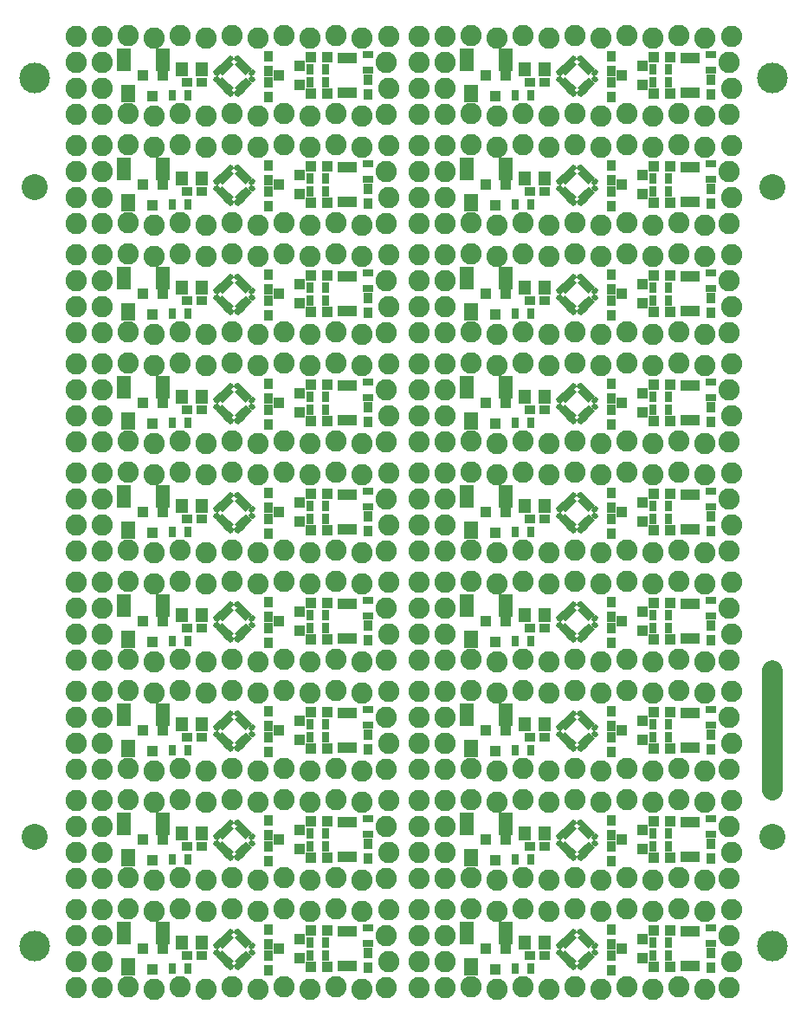
<source format=gts>
G04 #@! TF.FileFunction,Soldermask,Top*
%FSLAX46Y46*%
G04 Gerber Fmt 4.6, Leading zero omitted, Abs format (unit mm)*
G04 Created by KiCad (PCBNEW 4.0.6-e0-6349~53~ubuntu16.04.1) date Sun Jun 25 16:08:35 2017*
%MOMM*%
%LPD*%
G01*
G04 APERTURE LIST*
%ADD10C,0.100000*%
%ADD11C,2.000000*%
%ADD12C,3.000000*%
%ADD13C,2.540000*%
%ADD14R,1.473200X0.838200*%
%ADD15R,0.703200X1.103200*%
%ADD16R,1.103200X0.703200*%
%ADD17R,1.103200X1.003200*%
%ADD18R,1.453200X2.203200*%
%ADD19R,1.003200X1.103200*%
%ADD20R,1.003200X0.953200*%
%ADD21R,0.953200X1.003200*%
%ADD22R,1.003200X1.003200*%
%ADD23R,1.203200X1.453200*%
%ADD24C,2.082800*%
%ADD25R,1.903200X1.103200*%
%ADD26C,0.503200*%
G04 APERTURE END LIST*
D10*
D11*
X69596000Y-75184000D02*
X69596000Y-63500000D01*
D12*
X-2540000Y-90424000D03*
D13*
X69596000Y-79756000D03*
X-2540000Y-79756000D03*
X-2540000Y-16256000D03*
D12*
X69596000Y-90424000D03*
X-2540000Y-5588000D03*
D14*
X40132000Y-92862400D03*
X40132000Y-92049600D03*
D15*
X44462000Y-92583000D03*
X45962000Y-92583000D03*
X57924000Y-90043000D03*
X59424000Y-90043000D03*
X59424000Y-91313000D03*
X57924000Y-91313000D03*
D16*
X63627000Y-88658000D03*
X63627000Y-90158000D03*
D17*
X56880000Y-91628000D03*
X56880000Y-89728000D03*
X54880000Y-90678000D03*
D18*
X43501000Y-89154000D03*
X39751000Y-89154000D03*
D19*
X43495000Y-90694000D03*
X41595000Y-90694000D03*
X42545000Y-92694000D03*
D20*
X45859000Y-91313000D03*
X47359000Y-91313000D03*
D21*
X53848000Y-88785000D03*
X53848000Y-90285000D03*
X53848000Y-92825000D03*
X53848000Y-91325000D03*
X63627000Y-91071000D03*
X63627000Y-92571000D03*
D22*
X59601000Y-88900000D03*
X58001000Y-88900000D03*
X59601000Y-92456000D03*
X58001000Y-92456000D03*
D23*
X47355000Y-90043000D03*
X45355000Y-90043000D03*
D24*
X40132000Y-86741000D03*
X42672000Y-86995000D03*
X45212000Y-86741000D03*
X47752000Y-86995000D03*
X50292000Y-86741000D03*
X52832000Y-86995000D03*
X55372000Y-86741000D03*
X57912000Y-86995000D03*
X60452000Y-86741000D03*
X62992000Y-86995000D03*
X40132000Y-94361000D03*
X42672000Y-94615000D03*
X45212000Y-94361000D03*
X47752000Y-94615000D03*
X50292000Y-94361000D03*
X52832000Y-94615000D03*
X55372000Y-94361000D03*
X57912000Y-94615000D03*
X60452000Y-94361000D03*
X62992000Y-94615000D03*
D25*
X61595000Y-92378000D03*
X61595000Y-88978000D03*
D24*
X65405000Y-94488000D03*
X65659000Y-91948000D03*
X65405000Y-89408000D03*
X65659000Y-86868000D03*
X35052000Y-86868000D03*
X37592000Y-86868000D03*
X35052000Y-89408000D03*
X37592000Y-89408000D03*
X35052000Y-91948000D03*
X37592000Y-91948000D03*
X35052000Y-94488000D03*
X37592000Y-94488000D03*
D26*
X50111091Y-88939077D02*
X50252513Y-89080499D01*
D10*
G36*
X48729971Y-90035094D02*
X49085787Y-89679278D01*
X49724445Y-90317936D01*
X49368629Y-90673752D01*
X48729971Y-90035094D01*
X48729971Y-90035094D01*
G37*
G36*
X49439340Y-92158676D02*
X49083524Y-91802860D01*
X49722182Y-91164202D01*
X50077998Y-91520018D01*
X49439340Y-92158676D01*
X49439340Y-92158676D01*
G37*
G36*
X49083524Y-89681540D02*
X49439340Y-89325724D01*
X50077998Y-89964382D01*
X49722182Y-90320198D01*
X49083524Y-89681540D01*
X49083524Y-89681540D01*
G37*
G36*
X49085787Y-91805122D02*
X48729971Y-91449306D01*
X49368629Y-90810648D01*
X49724445Y-91166464D01*
X49085787Y-91805122D01*
X49085787Y-91805122D01*
G37*
G36*
X51631371Y-90673752D02*
X51275555Y-90317936D01*
X51914213Y-89679278D01*
X52270029Y-90035094D01*
X51631371Y-90673752D01*
X51631371Y-90673752D01*
G37*
G36*
X49792894Y-92512229D02*
X49437078Y-92156413D01*
X50075736Y-91517755D01*
X50431552Y-91873571D01*
X49792894Y-92512229D01*
X49792894Y-92512229D01*
G37*
G36*
X51277818Y-90320198D02*
X50922002Y-89964382D01*
X51560660Y-89325724D01*
X51916476Y-89681540D01*
X51277818Y-90320198D01*
X51277818Y-90320198D01*
G37*
G36*
X50924264Y-89966645D02*
X50568448Y-89610829D01*
X51207106Y-88972171D01*
X51562922Y-89327987D01*
X50924264Y-89966645D01*
X50924264Y-89966645D01*
G37*
G36*
X50922002Y-91520018D02*
X51277818Y-91164202D01*
X51916476Y-91802860D01*
X51560660Y-92158676D01*
X50922002Y-91520018D01*
X50922002Y-91520018D01*
G37*
G36*
X50568448Y-91873571D02*
X50924264Y-91517755D01*
X51562922Y-92156413D01*
X51207106Y-92512229D01*
X50568448Y-91873571D01*
X50568448Y-91873571D01*
G37*
G36*
X51275555Y-91166464D02*
X51631371Y-90810648D01*
X52270029Y-91449306D01*
X51914213Y-91805122D01*
X51275555Y-91166464D01*
X51275555Y-91166464D01*
G37*
G36*
X49437078Y-89327987D02*
X49792894Y-88972171D01*
X50431552Y-89610829D01*
X50075736Y-89966645D01*
X49437078Y-89327987D01*
X49437078Y-89327987D01*
G37*
D26*
X48696877Y-90353291D02*
X48838299Y-90494713D01*
X50747487Y-89080499D02*
X50888909Y-88939077D01*
X48696877Y-91131109D02*
X48838299Y-90989687D01*
X52161701Y-90989687D02*
X52303123Y-91131109D01*
X50747487Y-92403901D02*
X50888909Y-92545323D01*
X50111091Y-92545323D02*
X50252513Y-92403901D01*
X52161701Y-90494713D02*
X52303123Y-90353291D01*
D14*
X40132000Y-82194400D03*
X40132000Y-81381600D03*
D15*
X44462000Y-81915000D03*
X45962000Y-81915000D03*
X57924000Y-79375000D03*
X59424000Y-79375000D03*
X59424000Y-80645000D03*
X57924000Y-80645000D03*
D16*
X63627000Y-77990000D03*
X63627000Y-79490000D03*
D17*
X56880000Y-80960000D03*
X56880000Y-79060000D03*
X54880000Y-80010000D03*
D18*
X43501000Y-78486000D03*
X39751000Y-78486000D03*
D19*
X43495000Y-80026000D03*
X41595000Y-80026000D03*
X42545000Y-82026000D03*
D20*
X45859000Y-80645000D03*
X47359000Y-80645000D03*
D21*
X53848000Y-78117000D03*
X53848000Y-79617000D03*
X53848000Y-82157000D03*
X53848000Y-80657000D03*
X63627000Y-80403000D03*
X63627000Y-81903000D03*
D22*
X59601000Y-78232000D03*
X58001000Y-78232000D03*
X59601000Y-81788000D03*
X58001000Y-81788000D03*
D23*
X47355000Y-79375000D03*
X45355000Y-79375000D03*
D24*
X40132000Y-76073000D03*
X42672000Y-76327000D03*
X45212000Y-76073000D03*
X47752000Y-76327000D03*
X50292000Y-76073000D03*
X52832000Y-76327000D03*
X55372000Y-76073000D03*
X57912000Y-76327000D03*
X60452000Y-76073000D03*
X62992000Y-76327000D03*
X40132000Y-83693000D03*
X42672000Y-83947000D03*
X45212000Y-83693000D03*
X47752000Y-83947000D03*
X50292000Y-83693000D03*
X52832000Y-83947000D03*
X55372000Y-83693000D03*
X57912000Y-83947000D03*
X60452000Y-83693000D03*
X62992000Y-83947000D03*
D25*
X61595000Y-81710000D03*
X61595000Y-78310000D03*
D24*
X65405000Y-83820000D03*
X65659000Y-81280000D03*
X65405000Y-78740000D03*
X65659000Y-76200000D03*
X35052000Y-76200000D03*
X37592000Y-76200000D03*
X35052000Y-78740000D03*
X37592000Y-78740000D03*
X35052000Y-81280000D03*
X37592000Y-81280000D03*
X35052000Y-83820000D03*
X37592000Y-83820000D03*
D26*
X50111091Y-78271077D02*
X50252513Y-78412499D01*
D10*
G36*
X48729971Y-79367094D02*
X49085787Y-79011278D01*
X49724445Y-79649936D01*
X49368629Y-80005752D01*
X48729971Y-79367094D01*
X48729971Y-79367094D01*
G37*
G36*
X49439340Y-81490676D02*
X49083524Y-81134860D01*
X49722182Y-80496202D01*
X50077998Y-80852018D01*
X49439340Y-81490676D01*
X49439340Y-81490676D01*
G37*
G36*
X49083524Y-79013540D02*
X49439340Y-78657724D01*
X50077998Y-79296382D01*
X49722182Y-79652198D01*
X49083524Y-79013540D01*
X49083524Y-79013540D01*
G37*
G36*
X49085787Y-81137122D02*
X48729971Y-80781306D01*
X49368629Y-80142648D01*
X49724445Y-80498464D01*
X49085787Y-81137122D01*
X49085787Y-81137122D01*
G37*
G36*
X51631371Y-80005752D02*
X51275555Y-79649936D01*
X51914213Y-79011278D01*
X52270029Y-79367094D01*
X51631371Y-80005752D01*
X51631371Y-80005752D01*
G37*
G36*
X49792894Y-81844229D02*
X49437078Y-81488413D01*
X50075736Y-80849755D01*
X50431552Y-81205571D01*
X49792894Y-81844229D01*
X49792894Y-81844229D01*
G37*
G36*
X51277818Y-79652198D02*
X50922002Y-79296382D01*
X51560660Y-78657724D01*
X51916476Y-79013540D01*
X51277818Y-79652198D01*
X51277818Y-79652198D01*
G37*
G36*
X50924264Y-79298645D02*
X50568448Y-78942829D01*
X51207106Y-78304171D01*
X51562922Y-78659987D01*
X50924264Y-79298645D01*
X50924264Y-79298645D01*
G37*
G36*
X50922002Y-80852018D02*
X51277818Y-80496202D01*
X51916476Y-81134860D01*
X51560660Y-81490676D01*
X50922002Y-80852018D01*
X50922002Y-80852018D01*
G37*
G36*
X50568448Y-81205571D02*
X50924264Y-80849755D01*
X51562922Y-81488413D01*
X51207106Y-81844229D01*
X50568448Y-81205571D01*
X50568448Y-81205571D01*
G37*
G36*
X51275555Y-80498464D02*
X51631371Y-80142648D01*
X52270029Y-80781306D01*
X51914213Y-81137122D01*
X51275555Y-80498464D01*
X51275555Y-80498464D01*
G37*
G36*
X49437078Y-78659987D02*
X49792894Y-78304171D01*
X50431552Y-78942829D01*
X50075736Y-79298645D01*
X49437078Y-78659987D01*
X49437078Y-78659987D01*
G37*
D26*
X48696877Y-79685291D02*
X48838299Y-79826713D01*
X50747487Y-78412499D02*
X50888909Y-78271077D01*
X48696877Y-80463109D02*
X48838299Y-80321687D01*
X52161701Y-80321687D02*
X52303123Y-80463109D01*
X50747487Y-81735901D02*
X50888909Y-81877323D01*
X50111091Y-81877323D02*
X50252513Y-81735901D01*
X52161701Y-79826713D02*
X52303123Y-79685291D01*
D14*
X40132000Y-71526400D03*
X40132000Y-70713600D03*
D15*
X44462000Y-71247000D03*
X45962000Y-71247000D03*
X57924000Y-68707000D03*
X59424000Y-68707000D03*
X59424000Y-69977000D03*
X57924000Y-69977000D03*
D16*
X63627000Y-67322000D03*
X63627000Y-68822000D03*
D17*
X56880000Y-70292000D03*
X56880000Y-68392000D03*
X54880000Y-69342000D03*
D18*
X43501000Y-67818000D03*
X39751000Y-67818000D03*
D19*
X43495000Y-69358000D03*
X41595000Y-69358000D03*
X42545000Y-71358000D03*
D20*
X45859000Y-69977000D03*
X47359000Y-69977000D03*
D21*
X53848000Y-67449000D03*
X53848000Y-68949000D03*
X53848000Y-71489000D03*
X53848000Y-69989000D03*
X63627000Y-69735000D03*
X63627000Y-71235000D03*
D22*
X59601000Y-67564000D03*
X58001000Y-67564000D03*
X59601000Y-71120000D03*
X58001000Y-71120000D03*
D23*
X47355000Y-68707000D03*
X45355000Y-68707000D03*
D24*
X40132000Y-65405000D03*
X42672000Y-65659000D03*
X45212000Y-65405000D03*
X47752000Y-65659000D03*
X50292000Y-65405000D03*
X52832000Y-65659000D03*
X55372000Y-65405000D03*
X57912000Y-65659000D03*
X60452000Y-65405000D03*
X62992000Y-65659000D03*
X40132000Y-73025000D03*
X42672000Y-73279000D03*
X45212000Y-73025000D03*
X47752000Y-73279000D03*
X50292000Y-73025000D03*
X52832000Y-73279000D03*
X55372000Y-73025000D03*
X57912000Y-73279000D03*
X60452000Y-73025000D03*
X62992000Y-73279000D03*
D25*
X61595000Y-71042000D03*
X61595000Y-67642000D03*
D24*
X65405000Y-73152000D03*
X65659000Y-70612000D03*
X65405000Y-68072000D03*
X65659000Y-65532000D03*
X35052000Y-65532000D03*
X37592000Y-65532000D03*
X35052000Y-68072000D03*
X37592000Y-68072000D03*
X35052000Y-70612000D03*
X37592000Y-70612000D03*
X35052000Y-73152000D03*
X37592000Y-73152000D03*
D26*
X50111091Y-67603077D02*
X50252513Y-67744499D01*
D10*
G36*
X48729971Y-68699094D02*
X49085787Y-68343278D01*
X49724445Y-68981936D01*
X49368629Y-69337752D01*
X48729971Y-68699094D01*
X48729971Y-68699094D01*
G37*
G36*
X49439340Y-70822676D02*
X49083524Y-70466860D01*
X49722182Y-69828202D01*
X50077998Y-70184018D01*
X49439340Y-70822676D01*
X49439340Y-70822676D01*
G37*
G36*
X49083524Y-68345540D02*
X49439340Y-67989724D01*
X50077998Y-68628382D01*
X49722182Y-68984198D01*
X49083524Y-68345540D01*
X49083524Y-68345540D01*
G37*
G36*
X49085787Y-70469122D02*
X48729971Y-70113306D01*
X49368629Y-69474648D01*
X49724445Y-69830464D01*
X49085787Y-70469122D01*
X49085787Y-70469122D01*
G37*
G36*
X51631371Y-69337752D02*
X51275555Y-68981936D01*
X51914213Y-68343278D01*
X52270029Y-68699094D01*
X51631371Y-69337752D01*
X51631371Y-69337752D01*
G37*
G36*
X49792894Y-71176229D02*
X49437078Y-70820413D01*
X50075736Y-70181755D01*
X50431552Y-70537571D01*
X49792894Y-71176229D01*
X49792894Y-71176229D01*
G37*
G36*
X51277818Y-68984198D02*
X50922002Y-68628382D01*
X51560660Y-67989724D01*
X51916476Y-68345540D01*
X51277818Y-68984198D01*
X51277818Y-68984198D01*
G37*
G36*
X50924264Y-68630645D02*
X50568448Y-68274829D01*
X51207106Y-67636171D01*
X51562922Y-67991987D01*
X50924264Y-68630645D01*
X50924264Y-68630645D01*
G37*
G36*
X50922002Y-70184018D02*
X51277818Y-69828202D01*
X51916476Y-70466860D01*
X51560660Y-70822676D01*
X50922002Y-70184018D01*
X50922002Y-70184018D01*
G37*
G36*
X50568448Y-70537571D02*
X50924264Y-70181755D01*
X51562922Y-70820413D01*
X51207106Y-71176229D01*
X50568448Y-70537571D01*
X50568448Y-70537571D01*
G37*
G36*
X51275555Y-69830464D02*
X51631371Y-69474648D01*
X52270029Y-70113306D01*
X51914213Y-70469122D01*
X51275555Y-69830464D01*
X51275555Y-69830464D01*
G37*
G36*
X49437078Y-67991987D02*
X49792894Y-67636171D01*
X50431552Y-68274829D01*
X50075736Y-68630645D01*
X49437078Y-67991987D01*
X49437078Y-67991987D01*
G37*
D26*
X48696877Y-69017291D02*
X48838299Y-69158713D01*
X50747487Y-67744499D02*
X50888909Y-67603077D01*
X48696877Y-69795109D02*
X48838299Y-69653687D01*
X52161701Y-69653687D02*
X52303123Y-69795109D01*
X50747487Y-71067901D02*
X50888909Y-71209323D01*
X50111091Y-71209323D02*
X50252513Y-71067901D01*
X52161701Y-69158713D02*
X52303123Y-69017291D01*
D14*
X40132000Y-60858400D03*
X40132000Y-60045600D03*
D15*
X44462000Y-60579000D03*
X45962000Y-60579000D03*
X57924000Y-58039000D03*
X59424000Y-58039000D03*
X59424000Y-59309000D03*
X57924000Y-59309000D03*
D16*
X63627000Y-56654000D03*
X63627000Y-58154000D03*
D17*
X56880000Y-59624000D03*
X56880000Y-57724000D03*
X54880000Y-58674000D03*
D18*
X43501000Y-57150000D03*
X39751000Y-57150000D03*
D19*
X43495000Y-58690000D03*
X41595000Y-58690000D03*
X42545000Y-60690000D03*
D20*
X45859000Y-59309000D03*
X47359000Y-59309000D03*
D21*
X53848000Y-56781000D03*
X53848000Y-58281000D03*
X53848000Y-60821000D03*
X53848000Y-59321000D03*
X63627000Y-59067000D03*
X63627000Y-60567000D03*
D22*
X59601000Y-56896000D03*
X58001000Y-56896000D03*
X59601000Y-60452000D03*
X58001000Y-60452000D03*
D23*
X47355000Y-58039000D03*
X45355000Y-58039000D03*
D24*
X40132000Y-54737000D03*
X42672000Y-54991000D03*
X45212000Y-54737000D03*
X47752000Y-54991000D03*
X50292000Y-54737000D03*
X52832000Y-54991000D03*
X55372000Y-54737000D03*
X57912000Y-54991000D03*
X60452000Y-54737000D03*
X62992000Y-54991000D03*
X40132000Y-62357000D03*
X42672000Y-62611000D03*
X45212000Y-62357000D03*
X47752000Y-62611000D03*
X50292000Y-62357000D03*
X52832000Y-62611000D03*
X55372000Y-62357000D03*
X57912000Y-62611000D03*
X60452000Y-62357000D03*
X62992000Y-62611000D03*
D25*
X61595000Y-60374000D03*
X61595000Y-56974000D03*
D24*
X65405000Y-62484000D03*
X65659000Y-59944000D03*
X65405000Y-57404000D03*
X65659000Y-54864000D03*
X35052000Y-54864000D03*
X37592000Y-54864000D03*
X35052000Y-57404000D03*
X37592000Y-57404000D03*
X35052000Y-59944000D03*
X37592000Y-59944000D03*
X35052000Y-62484000D03*
X37592000Y-62484000D03*
D26*
X50111091Y-56935077D02*
X50252513Y-57076499D01*
D10*
G36*
X48729971Y-58031094D02*
X49085787Y-57675278D01*
X49724445Y-58313936D01*
X49368629Y-58669752D01*
X48729971Y-58031094D01*
X48729971Y-58031094D01*
G37*
G36*
X49439340Y-60154676D02*
X49083524Y-59798860D01*
X49722182Y-59160202D01*
X50077998Y-59516018D01*
X49439340Y-60154676D01*
X49439340Y-60154676D01*
G37*
G36*
X49083524Y-57677540D02*
X49439340Y-57321724D01*
X50077998Y-57960382D01*
X49722182Y-58316198D01*
X49083524Y-57677540D01*
X49083524Y-57677540D01*
G37*
G36*
X49085787Y-59801122D02*
X48729971Y-59445306D01*
X49368629Y-58806648D01*
X49724445Y-59162464D01*
X49085787Y-59801122D01*
X49085787Y-59801122D01*
G37*
G36*
X51631371Y-58669752D02*
X51275555Y-58313936D01*
X51914213Y-57675278D01*
X52270029Y-58031094D01*
X51631371Y-58669752D01*
X51631371Y-58669752D01*
G37*
G36*
X49792894Y-60508229D02*
X49437078Y-60152413D01*
X50075736Y-59513755D01*
X50431552Y-59869571D01*
X49792894Y-60508229D01*
X49792894Y-60508229D01*
G37*
G36*
X51277818Y-58316198D02*
X50922002Y-57960382D01*
X51560660Y-57321724D01*
X51916476Y-57677540D01*
X51277818Y-58316198D01*
X51277818Y-58316198D01*
G37*
G36*
X50924264Y-57962645D02*
X50568448Y-57606829D01*
X51207106Y-56968171D01*
X51562922Y-57323987D01*
X50924264Y-57962645D01*
X50924264Y-57962645D01*
G37*
G36*
X50922002Y-59516018D02*
X51277818Y-59160202D01*
X51916476Y-59798860D01*
X51560660Y-60154676D01*
X50922002Y-59516018D01*
X50922002Y-59516018D01*
G37*
G36*
X50568448Y-59869571D02*
X50924264Y-59513755D01*
X51562922Y-60152413D01*
X51207106Y-60508229D01*
X50568448Y-59869571D01*
X50568448Y-59869571D01*
G37*
G36*
X51275555Y-59162464D02*
X51631371Y-58806648D01*
X52270029Y-59445306D01*
X51914213Y-59801122D01*
X51275555Y-59162464D01*
X51275555Y-59162464D01*
G37*
G36*
X49437078Y-57323987D02*
X49792894Y-56968171D01*
X50431552Y-57606829D01*
X50075736Y-57962645D01*
X49437078Y-57323987D01*
X49437078Y-57323987D01*
G37*
D26*
X48696877Y-58349291D02*
X48838299Y-58490713D01*
X50747487Y-57076499D02*
X50888909Y-56935077D01*
X48696877Y-59127109D02*
X48838299Y-58985687D01*
X52161701Y-58985687D02*
X52303123Y-59127109D01*
X50747487Y-60399901D02*
X50888909Y-60541323D01*
X50111091Y-60541323D02*
X50252513Y-60399901D01*
X52161701Y-58490713D02*
X52303123Y-58349291D01*
D14*
X40132000Y-50190400D03*
X40132000Y-49377600D03*
D15*
X44462000Y-49911000D03*
X45962000Y-49911000D03*
X57924000Y-47371000D03*
X59424000Y-47371000D03*
X59424000Y-48641000D03*
X57924000Y-48641000D03*
D16*
X63627000Y-45986000D03*
X63627000Y-47486000D03*
D17*
X56880000Y-48956000D03*
X56880000Y-47056000D03*
X54880000Y-48006000D03*
D18*
X43501000Y-46482000D03*
X39751000Y-46482000D03*
D19*
X43495000Y-48022000D03*
X41595000Y-48022000D03*
X42545000Y-50022000D03*
D20*
X45859000Y-48641000D03*
X47359000Y-48641000D03*
D21*
X53848000Y-46113000D03*
X53848000Y-47613000D03*
X53848000Y-50153000D03*
X53848000Y-48653000D03*
X63627000Y-48399000D03*
X63627000Y-49899000D03*
D22*
X59601000Y-46228000D03*
X58001000Y-46228000D03*
X59601000Y-49784000D03*
X58001000Y-49784000D03*
D23*
X47355000Y-47371000D03*
X45355000Y-47371000D03*
D24*
X40132000Y-44069000D03*
X42672000Y-44323000D03*
X45212000Y-44069000D03*
X47752000Y-44323000D03*
X50292000Y-44069000D03*
X52832000Y-44323000D03*
X55372000Y-44069000D03*
X57912000Y-44323000D03*
X60452000Y-44069000D03*
X62992000Y-44323000D03*
X40132000Y-51689000D03*
X42672000Y-51943000D03*
X45212000Y-51689000D03*
X47752000Y-51943000D03*
X50292000Y-51689000D03*
X52832000Y-51943000D03*
X55372000Y-51689000D03*
X57912000Y-51943000D03*
X60452000Y-51689000D03*
X62992000Y-51943000D03*
D25*
X61595000Y-49706000D03*
X61595000Y-46306000D03*
D24*
X65405000Y-51816000D03*
X65659000Y-49276000D03*
X65405000Y-46736000D03*
X65659000Y-44196000D03*
X35052000Y-44196000D03*
X37592000Y-44196000D03*
X35052000Y-46736000D03*
X37592000Y-46736000D03*
X35052000Y-49276000D03*
X37592000Y-49276000D03*
X35052000Y-51816000D03*
X37592000Y-51816000D03*
D26*
X50111091Y-46267077D02*
X50252513Y-46408499D01*
D10*
G36*
X48729971Y-47363094D02*
X49085787Y-47007278D01*
X49724445Y-47645936D01*
X49368629Y-48001752D01*
X48729971Y-47363094D01*
X48729971Y-47363094D01*
G37*
G36*
X49439340Y-49486676D02*
X49083524Y-49130860D01*
X49722182Y-48492202D01*
X50077998Y-48848018D01*
X49439340Y-49486676D01*
X49439340Y-49486676D01*
G37*
G36*
X49083524Y-47009540D02*
X49439340Y-46653724D01*
X50077998Y-47292382D01*
X49722182Y-47648198D01*
X49083524Y-47009540D01*
X49083524Y-47009540D01*
G37*
G36*
X49085787Y-49133122D02*
X48729971Y-48777306D01*
X49368629Y-48138648D01*
X49724445Y-48494464D01*
X49085787Y-49133122D01*
X49085787Y-49133122D01*
G37*
G36*
X51631371Y-48001752D02*
X51275555Y-47645936D01*
X51914213Y-47007278D01*
X52270029Y-47363094D01*
X51631371Y-48001752D01*
X51631371Y-48001752D01*
G37*
G36*
X49792894Y-49840229D02*
X49437078Y-49484413D01*
X50075736Y-48845755D01*
X50431552Y-49201571D01*
X49792894Y-49840229D01*
X49792894Y-49840229D01*
G37*
G36*
X51277818Y-47648198D02*
X50922002Y-47292382D01*
X51560660Y-46653724D01*
X51916476Y-47009540D01*
X51277818Y-47648198D01*
X51277818Y-47648198D01*
G37*
G36*
X50924264Y-47294645D02*
X50568448Y-46938829D01*
X51207106Y-46300171D01*
X51562922Y-46655987D01*
X50924264Y-47294645D01*
X50924264Y-47294645D01*
G37*
G36*
X50922002Y-48848018D02*
X51277818Y-48492202D01*
X51916476Y-49130860D01*
X51560660Y-49486676D01*
X50922002Y-48848018D01*
X50922002Y-48848018D01*
G37*
G36*
X50568448Y-49201571D02*
X50924264Y-48845755D01*
X51562922Y-49484413D01*
X51207106Y-49840229D01*
X50568448Y-49201571D01*
X50568448Y-49201571D01*
G37*
G36*
X51275555Y-48494464D02*
X51631371Y-48138648D01*
X52270029Y-48777306D01*
X51914213Y-49133122D01*
X51275555Y-48494464D01*
X51275555Y-48494464D01*
G37*
G36*
X49437078Y-46655987D02*
X49792894Y-46300171D01*
X50431552Y-46938829D01*
X50075736Y-47294645D01*
X49437078Y-46655987D01*
X49437078Y-46655987D01*
G37*
D26*
X48696877Y-47681291D02*
X48838299Y-47822713D01*
X50747487Y-46408499D02*
X50888909Y-46267077D01*
X48696877Y-48459109D02*
X48838299Y-48317687D01*
X52161701Y-48317687D02*
X52303123Y-48459109D01*
X50747487Y-49731901D02*
X50888909Y-49873323D01*
X50111091Y-49873323D02*
X50252513Y-49731901D01*
X52161701Y-47822713D02*
X52303123Y-47681291D01*
D14*
X40132000Y-39522400D03*
X40132000Y-38709600D03*
D15*
X44462000Y-39243000D03*
X45962000Y-39243000D03*
X57924000Y-36703000D03*
X59424000Y-36703000D03*
X59424000Y-37973000D03*
X57924000Y-37973000D03*
D16*
X63627000Y-35318000D03*
X63627000Y-36818000D03*
D17*
X56880000Y-38288000D03*
X56880000Y-36388000D03*
X54880000Y-37338000D03*
D18*
X43501000Y-35814000D03*
X39751000Y-35814000D03*
D19*
X43495000Y-37354000D03*
X41595000Y-37354000D03*
X42545000Y-39354000D03*
D20*
X45859000Y-37973000D03*
X47359000Y-37973000D03*
D21*
X53848000Y-35445000D03*
X53848000Y-36945000D03*
X53848000Y-39485000D03*
X53848000Y-37985000D03*
X63627000Y-37731000D03*
X63627000Y-39231000D03*
D22*
X59601000Y-35560000D03*
X58001000Y-35560000D03*
X59601000Y-39116000D03*
X58001000Y-39116000D03*
D23*
X47355000Y-36703000D03*
X45355000Y-36703000D03*
D24*
X40132000Y-33401000D03*
X42672000Y-33655000D03*
X45212000Y-33401000D03*
X47752000Y-33655000D03*
X50292000Y-33401000D03*
X52832000Y-33655000D03*
X55372000Y-33401000D03*
X57912000Y-33655000D03*
X60452000Y-33401000D03*
X62992000Y-33655000D03*
X40132000Y-41021000D03*
X42672000Y-41275000D03*
X45212000Y-41021000D03*
X47752000Y-41275000D03*
X50292000Y-41021000D03*
X52832000Y-41275000D03*
X55372000Y-41021000D03*
X57912000Y-41275000D03*
X60452000Y-41021000D03*
X62992000Y-41275000D03*
D25*
X61595000Y-39038000D03*
X61595000Y-35638000D03*
D24*
X65405000Y-41148000D03*
X65659000Y-38608000D03*
X65405000Y-36068000D03*
X65659000Y-33528000D03*
X35052000Y-33528000D03*
X37592000Y-33528000D03*
X35052000Y-36068000D03*
X37592000Y-36068000D03*
X35052000Y-38608000D03*
X37592000Y-38608000D03*
X35052000Y-41148000D03*
X37592000Y-41148000D03*
D26*
X50111091Y-35599077D02*
X50252513Y-35740499D01*
D10*
G36*
X48729971Y-36695094D02*
X49085787Y-36339278D01*
X49724445Y-36977936D01*
X49368629Y-37333752D01*
X48729971Y-36695094D01*
X48729971Y-36695094D01*
G37*
G36*
X49439340Y-38818676D02*
X49083524Y-38462860D01*
X49722182Y-37824202D01*
X50077998Y-38180018D01*
X49439340Y-38818676D01*
X49439340Y-38818676D01*
G37*
G36*
X49083524Y-36341540D02*
X49439340Y-35985724D01*
X50077998Y-36624382D01*
X49722182Y-36980198D01*
X49083524Y-36341540D01*
X49083524Y-36341540D01*
G37*
G36*
X49085787Y-38465122D02*
X48729971Y-38109306D01*
X49368629Y-37470648D01*
X49724445Y-37826464D01*
X49085787Y-38465122D01*
X49085787Y-38465122D01*
G37*
G36*
X51631371Y-37333752D02*
X51275555Y-36977936D01*
X51914213Y-36339278D01*
X52270029Y-36695094D01*
X51631371Y-37333752D01*
X51631371Y-37333752D01*
G37*
G36*
X49792894Y-39172229D02*
X49437078Y-38816413D01*
X50075736Y-38177755D01*
X50431552Y-38533571D01*
X49792894Y-39172229D01*
X49792894Y-39172229D01*
G37*
G36*
X51277818Y-36980198D02*
X50922002Y-36624382D01*
X51560660Y-35985724D01*
X51916476Y-36341540D01*
X51277818Y-36980198D01*
X51277818Y-36980198D01*
G37*
G36*
X50924264Y-36626645D02*
X50568448Y-36270829D01*
X51207106Y-35632171D01*
X51562922Y-35987987D01*
X50924264Y-36626645D01*
X50924264Y-36626645D01*
G37*
G36*
X50922002Y-38180018D02*
X51277818Y-37824202D01*
X51916476Y-38462860D01*
X51560660Y-38818676D01*
X50922002Y-38180018D01*
X50922002Y-38180018D01*
G37*
G36*
X50568448Y-38533571D02*
X50924264Y-38177755D01*
X51562922Y-38816413D01*
X51207106Y-39172229D01*
X50568448Y-38533571D01*
X50568448Y-38533571D01*
G37*
G36*
X51275555Y-37826464D02*
X51631371Y-37470648D01*
X52270029Y-38109306D01*
X51914213Y-38465122D01*
X51275555Y-37826464D01*
X51275555Y-37826464D01*
G37*
G36*
X49437078Y-35987987D02*
X49792894Y-35632171D01*
X50431552Y-36270829D01*
X50075736Y-36626645D01*
X49437078Y-35987987D01*
X49437078Y-35987987D01*
G37*
D26*
X48696877Y-37013291D02*
X48838299Y-37154713D01*
X50747487Y-35740499D02*
X50888909Y-35599077D01*
X48696877Y-37791109D02*
X48838299Y-37649687D01*
X52161701Y-37649687D02*
X52303123Y-37791109D01*
X50747487Y-39063901D02*
X50888909Y-39205323D01*
X50111091Y-39205323D02*
X50252513Y-39063901D01*
X52161701Y-37154713D02*
X52303123Y-37013291D01*
D14*
X40132000Y-28854400D03*
X40132000Y-28041600D03*
D15*
X44462000Y-28575000D03*
X45962000Y-28575000D03*
X57924000Y-26035000D03*
X59424000Y-26035000D03*
X59424000Y-27305000D03*
X57924000Y-27305000D03*
D16*
X63627000Y-24650000D03*
X63627000Y-26150000D03*
D17*
X56880000Y-27620000D03*
X56880000Y-25720000D03*
X54880000Y-26670000D03*
D18*
X43501000Y-25146000D03*
X39751000Y-25146000D03*
D19*
X43495000Y-26686000D03*
X41595000Y-26686000D03*
X42545000Y-28686000D03*
D20*
X45859000Y-27305000D03*
X47359000Y-27305000D03*
D21*
X53848000Y-24777000D03*
X53848000Y-26277000D03*
X53848000Y-28817000D03*
X53848000Y-27317000D03*
X63627000Y-27063000D03*
X63627000Y-28563000D03*
D22*
X59601000Y-24892000D03*
X58001000Y-24892000D03*
X59601000Y-28448000D03*
X58001000Y-28448000D03*
D23*
X47355000Y-26035000D03*
X45355000Y-26035000D03*
D24*
X40132000Y-22733000D03*
X42672000Y-22987000D03*
X45212000Y-22733000D03*
X47752000Y-22987000D03*
X50292000Y-22733000D03*
X52832000Y-22987000D03*
X55372000Y-22733000D03*
X57912000Y-22987000D03*
X60452000Y-22733000D03*
X62992000Y-22987000D03*
X40132000Y-30353000D03*
X42672000Y-30607000D03*
X45212000Y-30353000D03*
X47752000Y-30607000D03*
X50292000Y-30353000D03*
X52832000Y-30607000D03*
X55372000Y-30353000D03*
X57912000Y-30607000D03*
X60452000Y-30353000D03*
X62992000Y-30607000D03*
D25*
X61595000Y-28370000D03*
X61595000Y-24970000D03*
D24*
X65405000Y-30480000D03*
X65659000Y-27940000D03*
X65405000Y-25400000D03*
X65659000Y-22860000D03*
X35052000Y-22860000D03*
X37592000Y-22860000D03*
X35052000Y-25400000D03*
X37592000Y-25400000D03*
X35052000Y-27940000D03*
X37592000Y-27940000D03*
X35052000Y-30480000D03*
X37592000Y-30480000D03*
D26*
X50111091Y-24931077D02*
X50252513Y-25072499D01*
D10*
G36*
X48729971Y-26027094D02*
X49085787Y-25671278D01*
X49724445Y-26309936D01*
X49368629Y-26665752D01*
X48729971Y-26027094D01*
X48729971Y-26027094D01*
G37*
G36*
X49439340Y-28150676D02*
X49083524Y-27794860D01*
X49722182Y-27156202D01*
X50077998Y-27512018D01*
X49439340Y-28150676D01*
X49439340Y-28150676D01*
G37*
G36*
X49083524Y-25673540D02*
X49439340Y-25317724D01*
X50077998Y-25956382D01*
X49722182Y-26312198D01*
X49083524Y-25673540D01*
X49083524Y-25673540D01*
G37*
G36*
X49085787Y-27797122D02*
X48729971Y-27441306D01*
X49368629Y-26802648D01*
X49724445Y-27158464D01*
X49085787Y-27797122D01*
X49085787Y-27797122D01*
G37*
G36*
X51631371Y-26665752D02*
X51275555Y-26309936D01*
X51914213Y-25671278D01*
X52270029Y-26027094D01*
X51631371Y-26665752D01*
X51631371Y-26665752D01*
G37*
G36*
X49792894Y-28504229D02*
X49437078Y-28148413D01*
X50075736Y-27509755D01*
X50431552Y-27865571D01*
X49792894Y-28504229D01*
X49792894Y-28504229D01*
G37*
G36*
X51277818Y-26312198D02*
X50922002Y-25956382D01*
X51560660Y-25317724D01*
X51916476Y-25673540D01*
X51277818Y-26312198D01*
X51277818Y-26312198D01*
G37*
G36*
X50924264Y-25958645D02*
X50568448Y-25602829D01*
X51207106Y-24964171D01*
X51562922Y-25319987D01*
X50924264Y-25958645D01*
X50924264Y-25958645D01*
G37*
G36*
X50922002Y-27512018D02*
X51277818Y-27156202D01*
X51916476Y-27794860D01*
X51560660Y-28150676D01*
X50922002Y-27512018D01*
X50922002Y-27512018D01*
G37*
G36*
X50568448Y-27865571D02*
X50924264Y-27509755D01*
X51562922Y-28148413D01*
X51207106Y-28504229D01*
X50568448Y-27865571D01*
X50568448Y-27865571D01*
G37*
G36*
X51275555Y-27158464D02*
X51631371Y-26802648D01*
X52270029Y-27441306D01*
X51914213Y-27797122D01*
X51275555Y-27158464D01*
X51275555Y-27158464D01*
G37*
G36*
X49437078Y-25319987D02*
X49792894Y-24964171D01*
X50431552Y-25602829D01*
X50075736Y-25958645D01*
X49437078Y-25319987D01*
X49437078Y-25319987D01*
G37*
D26*
X48696877Y-26345291D02*
X48838299Y-26486713D01*
X50747487Y-25072499D02*
X50888909Y-24931077D01*
X48696877Y-27123109D02*
X48838299Y-26981687D01*
X52161701Y-26981687D02*
X52303123Y-27123109D01*
X50747487Y-28395901D02*
X50888909Y-28537323D01*
X50111091Y-28537323D02*
X50252513Y-28395901D01*
X52161701Y-26486713D02*
X52303123Y-26345291D01*
D14*
X40132000Y-18186400D03*
X40132000Y-17373600D03*
D15*
X44462000Y-17907000D03*
X45962000Y-17907000D03*
X57924000Y-15367000D03*
X59424000Y-15367000D03*
X59424000Y-16637000D03*
X57924000Y-16637000D03*
D16*
X63627000Y-13982000D03*
X63627000Y-15482000D03*
D17*
X56880000Y-16952000D03*
X56880000Y-15052000D03*
X54880000Y-16002000D03*
D18*
X43501000Y-14478000D03*
X39751000Y-14478000D03*
D19*
X43495000Y-16018000D03*
X41595000Y-16018000D03*
X42545000Y-18018000D03*
D20*
X45859000Y-16637000D03*
X47359000Y-16637000D03*
D21*
X53848000Y-14109000D03*
X53848000Y-15609000D03*
X53848000Y-18149000D03*
X53848000Y-16649000D03*
X63627000Y-16395000D03*
X63627000Y-17895000D03*
D22*
X59601000Y-14224000D03*
X58001000Y-14224000D03*
X59601000Y-17780000D03*
X58001000Y-17780000D03*
D23*
X47355000Y-15367000D03*
X45355000Y-15367000D03*
D24*
X40132000Y-12065000D03*
X42672000Y-12319000D03*
X45212000Y-12065000D03*
X47752000Y-12319000D03*
X50292000Y-12065000D03*
X52832000Y-12319000D03*
X55372000Y-12065000D03*
X57912000Y-12319000D03*
X60452000Y-12065000D03*
X62992000Y-12319000D03*
X40132000Y-19685000D03*
X42672000Y-19939000D03*
X45212000Y-19685000D03*
X47752000Y-19939000D03*
X50292000Y-19685000D03*
X52832000Y-19939000D03*
X55372000Y-19685000D03*
X57912000Y-19939000D03*
X60452000Y-19685000D03*
X62992000Y-19939000D03*
D25*
X61595000Y-17702000D03*
X61595000Y-14302000D03*
D24*
X65405000Y-19812000D03*
X65659000Y-17272000D03*
X65405000Y-14732000D03*
X65659000Y-12192000D03*
X35052000Y-12192000D03*
X37592000Y-12192000D03*
X35052000Y-14732000D03*
X37592000Y-14732000D03*
X35052000Y-17272000D03*
X37592000Y-17272000D03*
X35052000Y-19812000D03*
X37592000Y-19812000D03*
D26*
X50111091Y-14263077D02*
X50252513Y-14404499D01*
D10*
G36*
X48729971Y-15359094D02*
X49085787Y-15003278D01*
X49724445Y-15641936D01*
X49368629Y-15997752D01*
X48729971Y-15359094D01*
X48729971Y-15359094D01*
G37*
G36*
X49439340Y-17482676D02*
X49083524Y-17126860D01*
X49722182Y-16488202D01*
X50077998Y-16844018D01*
X49439340Y-17482676D01*
X49439340Y-17482676D01*
G37*
G36*
X49083524Y-15005540D02*
X49439340Y-14649724D01*
X50077998Y-15288382D01*
X49722182Y-15644198D01*
X49083524Y-15005540D01*
X49083524Y-15005540D01*
G37*
G36*
X49085787Y-17129122D02*
X48729971Y-16773306D01*
X49368629Y-16134648D01*
X49724445Y-16490464D01*
X49085787Y-17129122D01*
X49085787Y-17129122D01*
G37*
G36*
X51631371Y-15997752D02*
X51275555Y-15641936D01*
X51914213Y-15003278D01*
X52270029Y-15359094D01*
X51631371Y-15997752D01*
X51631371Y-15997752D01*
G37*
G36*
X49792894Y-17836229D02*
X49437078Y-17480413D01*
X50075736Y-16841755D01*
X50431552Y-17197571D01*
X49792894Y-17836229D01*
X49792894Y-17836229D01*
G37*
G36*
X51277818Y-15644198D02*
X50922002Y-15288382D01*
X51560660Y-14649724D01*
X51916476Y-15005540D01*
X51277818Y-15644198D01*
X51277818Y-15644198D01*
G37*
G36*
X50924264Y-15290645D02*
X50568448Y-14934829D01*
X51207106Y-14296171D01*
X51562922Y-14651987D01*
X50924264Y-15290645D01*
X50924264Y-15290645D01*
G37*
G36*
X50922002Y-16844018D02*
X51277818Y-16488202D01*
X51916476Y-17126860D01*
X51560660Y-17482676D01*
X50922002Y-16844018D01*
X50922002Y-16844018D01*
G37*
G36*
X50568448Y-17197571D02*
X50924264Y-16841755D01*
X51562922Y-17480413D01*
X51207106Y-17836229D01*
X50568448Y-17197571D01*
X50568448Y-17197571D01*
G37*
G36*
X51275555Y-16490464D02*
X51631371Y-16134648D01*
X52270029Y-16773306D01*
X51914213Y-17129122D01*
X51275555Y-16490464D01*
X51275555Y-16490464D01*
G37*
G36*
X49437078Y-14651987D02*
X49792894Y-14296171D01*
X50431552Y-14934829D01*
X50075736Y-15290645D01*
X49437078Y-14651987D01*
X49437078Y-14651987D01*
G37*
D26*
X48696877Y-15677291D02*
X48838299Y-15818713D01*
X50747487Y-14404499D02*
X50888909Y-14263077D01*
X48696877Y-16455109D02*
X48838299Y-16313687D01*
X52161701Y-16313687D02*
X52303123Y-16455109D01*
X50747487Y-17727901D02*
X50888909Y-17869323D01*
X50111091Y-17869323D02*
X50252513Y-17727901D01*
X52161701Y-15818713D02*
X52303123Y-15677291D01*
D14*
X40132000Y-7518400D03*
X40132000Y-6705600D03*
D15*
X44462000Y-7239000D03*
X45962000Y-7239000D03*
X57924000Y-4699000D03*
X59424000Y-4699000D03*
X59424000Y-5969000D03*
X57924000Y-5969000D03*
D16*
X63627000Y-3314000D03*
X63627000Y-4814000D03*
D17*
X56880000Y-6284000D03*
X56880000Y-4384000D03*
X54880000Y-5334000D03*
D18*
X43501000Y-3810000D03*
X39751000Y-3810000D03*
D19*
X43495000Y-5350000D03*
X41595000Y-5350000D03*
X42545000Y-7350000D03*
D20*
X45859000Y-5969000D03*
X47359000Y-5969000D03*
D21*
X53848000Y-3441000D03*
X53848000Y-4941000D03*
X53848000Y-7481000D03*
X53848000Y-5981000D03*
X63627000Y-5727000D03*
X63627000Y-7227000D03*
D22*
X59601000Y-3556000D03*
X58001000Y-3556000D03*
X59601000Y-7112000D03*
X58001000Y-7112000D03*
D23*
X47355000Y-4699000D03*
X45355000Y-4699000D03*
D24*
X40132000Y-1397000D03*
X42672000Y-1651000D03*
X45212000Y-1397000D03*
X47752000Y-1651000D03*
X50292000Y-1397000D03*
X52832000Y-1651000D03*
X55372000Y-1397000D03*
X57912000Y-1651000D03*
X60452000Y-1397000D03*
X62992000Y-1651000D03*
X40132000Y-9017000D03*
X42672000Y-9271000D03*
X45212000Y-9017000D03*
X47752000Y-9271000D03*
X50292000Y-9017000D03*
X52832000Y-9271000D03*
X55372000Y-9017000D03*
X57912000Y-9271000D03*
X60452000Y-9017000D03*
X62992000Y-9271000D03*
D25*
X61595000Y-7034000D03*
X61595000Y-3634000D03*
D24*
X65405000Y-9144000D03*
X65659000Y-6604000D03*
X65405000Y-4064000D03*
X65659000Y-1524000D03*
X35052000Y-1524000D03*
X37592000Y-1524000D03*
X35052000Y-4064000D03*
X37592000Y-4064000D03*
X35052000Y-6604000D03*
X37592000Y-6604000D03*
X35052000Y-9144000D03*
X37592000Y-9144000D03*
D26*
X50111091Y-3595077D02*
X50252513Y-3736499D01*
D10*
G36*
X48729971Y-4691094D02*
X49085787Y-4335278D01*
X49724445Y-4973936D01*
X49368629Y-5329752D01*
X48729971Y-4691094D01*
X48729971Y-4691094D01*
G37*
G36*
X49439340Y-6814676D02*
X49083524Y-6458860D01*
X49722182Y-5820202D01*
X50077998Y-6176018D01*
X49439340Y-6814676D01*
X49439340Y-6814676D01*
G37*
G36*
X49083524Y-4337540D02*
X49439340Y-3981724D01*
X50077998Y-4620382D01*
X49722182Y-4976198D01*
X49083524Y-4337540D01*
X49083524Y-4337540D01*
G37*
G36*
X49085787Y-6461122D02*
X48729971Y-6105306D01*
X49368629Y-5466648D01*
X49724445Y-5822464D01*
X49085787Y-6461122D01*
X49085787Y-6461122D01*
G37*
G36*
X51631371Y-5329752D02*
X51275555Y-4973936D01*
X51914213Y-4335278D01*
X52270029Y-4691094D01*
X51631371Y-5329752D01*
X51631371Y-5329752D01*
G37*
G36*
X49792894Y-7168229D02*
X49437078Y-6812413D01*
X50075736Y-6173755D01*
X50431552Y-6529571D01*
X49792894Y-7168229D01*
X49792894Y-7168229D01*
G37*
G36*
X51277818Y-4976198D02*
X50922002Y-4620382D01*
X51560660Y-3981724D01*
X51916476Y-4337540D01*
X51277818Y-4976198D01*
X51277818Y-4976198D01*
G37*
G36*
X50924264Y-4622645D02*
X50568448Y-4266829D01*
X51207106Y-3628171D01*
X51562922Y-3983987D01*
X50924264Y-4622645D01*
X50924264Y-4622645D01*
G37*
G36*
X50922002Y-6176018D02*
X51277818Y-5820202D01*
X51916476Y-6458860D01*
X51560660Y-6814676D01*
X50922002Y-6176018D01*
X50922002Y-6176018D01*
G37*
G36*
X50568448Y-6529571D02*
X50924264Y-6173755D01*
X51562922Y-6812413D01*
X51207106Y-7168229D01*
X50568448Y-6529571D01*
X50568448Y-6529571D01*
G37*
G36*
X51275555Y-5822464D02*
X51631371Y-5466648D01*
X52270029Y-6105306D01*
X51914213Y-6461122D01*
X51275555Y-5822464D01*
X51275555Y-5822464D01*
G37*
G36*
X49437078Y-3983987D02*
X49792894Y-3628171D01*
X50431552Y-4266829D01*
X50075736Y-4622645D01*
X49437078Y-3983987D01*
X49437078Y-3983987D01*
G37*
D26*
X48696877Y-5009291D02*
X48838299Y-5150713D01*
X50747487Y-3736499D02*
X50888909Y-3595077D01*
X48696877Y-5787109D02*
X48838299Y-5645687D01*
X52161701Y-5645687D02*
X52303123Y-5787109D01*
X50747487Y-7059901D02*
X50888909Y-7201323D01*
X50111091Y-7201323D02*
X50252513Y-7059901D01*
X52161701Y-5150713D02*
X52303123Y-5009291D01*
D14*
X6604000Y-92862400D03*
X6604000Y-92049600D03*
D15*
X10934000Y-92583000D03*
X12434000Y-92583000D03*
X24396000Y-90043000D03*
X25896000Y-90043000D03*
X25896000Y-91313000D03*
X24396000Y-91313000D03*
D16*
X30099000Y-88658000D03*
X30099000Y-90158000D03*
D17*
X23352000Y-91628000D03*
X23352000Y-89728000D03*
X21352000Y-90678000D03*
D18*
X9973000Y-89154000D03*
X6223000Y-89154000D03*
D19*
X9967000Y-90694000D03*
X8067000Y-90694000D03*
X9017000Y-92694000D03*
D20*
X12331000Y-91313000D03*
X13831000Y-91313000D03*
D21*
X20320000Y-88785000D03*
X20320000Y-90285000D03*
X20320000Y-92825000D03*
X20320000Y-91325000D03*
X30099000Y-91071000D03*
X30099000Y-92571000D03*
D22*
X26073000Y-88900000D03*
X24473000Y-88900000D03*
X26073000Y-92456000D03*
X24473000Y-92456000D03*
D23*
X13827000Y-90043000D03*
X11827000Y-90043000D03*
D24*
X6604000Y-86741000D03*
X9144000Y-86995000D03*
X11684000Y-86741000D03*
X14224000Y-86995000D03*
X16764000Y-86741000D03*
X19304000Y-86995000D03*
X21844000Y-86741000D03*
X24384000Y-86995000D03*
X26924000Y-86741000D03*
X29464000Y-86995000D03*
X6604000Y-94361000D03*
X9144000Y-94615000D03*
X11684000Y-94361000D03*
X14224000Y-94615000D03*
X16764000Y-94361000D03*
X19304000Y-94615000D03*
X21844000Y-94361000D03*
X24384000Y-94615000D03*
X26924000Y-94361000D03*
X29464000Y-94615000D03*
D25*
X28067000Y-92378000D03*
X28067000Y-88978000D03*
D24*
X31877000Y-94488000D03*
X32131000Y-91948000D03*
X31877000Y-89408000D03*
X32131000Y-86868000D03*
X1524000Y-86868000D03*
X4064000Y-86868000D03*
X1524000Y-89408000D03*
X4064000Y-89408000D03*
X1524000Y-91948000D03*
X4064000Y-91948000D03*
X1524000Y-94488000D03*
X4064000Y-94488000D03*
D26*
X16583091Y-88939077D02*
X16724513Y-89080499D01*
D10*
G36*
X15201971Y-90035094D02*
X15557787Y-89679278D01*
X16196445Y-90317936D01*
X15840629Y-90673752D01*
X15201971Y-90035094D01*
X15201971Y-90035094D01*
G37*
G36*
X15911340Y-92158676D02*
X15555524Y-91802860D01*
X16194182Y-91164202D01*
X16549998Y-91520018D01*
X15911340Y-92158676D01*
X15911340Y-92158676D01*
G37*
G36*
X15555524Y-89681540D02*
X15911340Y-89325724D01*
X16549998Y-89964382D01*
X16194182Y-90320198D01*
X15555524Y-89681540D01*
X15555524Y-89681540D01*
G37*
G36*
X15557787Y-91805122D02*
X15201971Y-91449306D01*
X15840629Y-90810648D01*
X16196445Y-91166464D01*
X15557787Y-91805122D01*
X15557787Y-91805122D01*
G37*
G36*
X18103371Y-90673752D02*
X17747555Y-90317936D01*
X18386213Y-89679278D01*
X18742029Y-90035094D01*
X18103371Y-90673752D01*
X18103371Y-90673752D01*
G37*
G36*
X16264894Y-92512229D02*
X15909078Y-92156413D01*
X16547736Y-91517755D01*
X16903552Y-91873571D01*
X16264894Y-92512229D01*
X16264894Y-92512229D01*
G37*
G36*
X17749818Y-90320198D02*
X17394002Y-89964382D01*
X18032660Y-89325724D01*
X18388476Y-89681540D01*
X17749818Y-90320198D01*
X17749818Y-90320198D01*
G37*
G36*
X17396264Y-89966645D02*
X17040448Y-89610829D01*
X17679106Y-88972171D01*
X18034922Y-89327987D01*
X17396264Y-89966645D01*
X17396264Y-89966645D01*
G37*
G36*
X17394002Y-91520018D02*
X17749818Y-91164202D01*
X18388476Y-91802860D01*
X18032660Y-92158676D01*
X17394002Y-91520018D01*
X17394002Y-91520018D01*
G37*
G36*
X17040448Y-91873571D02*
X17396264Y-91517755D01*
X18034922Y-92156413D01*
X17679106Y-92512229D01*
X17040448Y-91873571D01*
X17040448Y-91873571D01*
G37*
G36*
X17747555Y-91166464D02*
X18103371Y-90810648D01*
X18742029Y-91449306D01*
X18386213Y-91805122D01*
X17747555Y-91166464D01*
X17747555Y-91166464D01*
G37*
G36*
X15909078Y-89327987D02*
X16264894Y-88972171D01*
X16903552Y-89610829D01*
X16547736Y-89966645D01*
X15909078Y-89327987D01*
X15909078Y-89327987D01*
G37*
D26*
X15168877Y-90353291D02*
X15310299Y-90494713D01*
X17219487Y-89080499D02*
X17360909Y-88939077D01*
X15168877Y-91131109D02*
X15310299Y-90989687D01*
X18633701Y-90989687D02*
X18775123Y-91131109D01*
X17219487Y-92403901D02*
X17360909Y-92545323D01*
X16583091Y-92545323D02*
X16724513Y-92403901D01*
X18633701Y-90494713D02*
X18775123Y-90353291D01*
D14*
X6604000Y-82194400D03*
X6604000Y-81381600D03*
D15*
X10934000Y-81915000D03*
X12434000Y-81915000D03*
X24396000Y-79375000D03*
X25896000Y-79375000D03*
X25896000Y-80645000D03*
X24396000Y-80645000D03*
D16*
X30099000Y-77990000D03*
X30099000Y-79490000D03*
D17*
X23352000Y-80960000D03*
X23352000Y-79060000D03*
X21352000Y-80010000D03*
D18*
X9973000Y-78486000D03*
X6223000Y-78486000D03*
D19*
X9967000Y-80026000D03*
X8067000Y-80026000D03*
X9017000Y-82026000D03*
D20*
X12331000Y-80645000D03*
X13831000Y-80645000D03*
D21*
X20320000Y-78117000D03*
X20320000Y-79617000D03*
X20320000Y-82157000D03*
X20320000Y-80657000D03*
X30099000Y-80403000D03*
X30099000Y-81903000D03*
D22*
X26073000Y-78232000D03*
X24473000Y-78232000D03*
X26073000Y-81788000D03*
X24473000Y-81788000D03*
D23*
X13827000Y-79375000D03*
X11827000Y-79375000D03*
D24*
X6604000Y-76073000D03*
X9144000Y-76327000D03*
X11684000Y-76073000D03*
X14224000Y-76327000D03*
X16764000Y-76073000D03*
X19304000Y-76327000D03*
X21844000Y-76073000D03*
X24384000Y-76327000D03*
X26924000Y-76073000D03*
X29464000Y-76327000D03*
X6604000Y-83693000D03*
X9144000Y-83947000D03*
X11684000Y-83693000D03*
X14224000Y-83947000D03*
X16764000Y-83693000D03*
X19304000Y-83947000D03*
X21844000Y-83693000D03*
X24384000Y-83947000D03*
X26924000Y-83693000D03*
X29464000Y-83947000D03*
D25*
X28067000Y-81710000D03*
X28067000Y-78310000D03*
D24*
X31877000Y-83820000D03*
X32131000Y-81280000D03*
X31877000Y-78740000D03*
X32131000Y-76200000D03*
X1524000Y-76200000D03*
X4064000Y-76200000D03*
X1524000Y-78740000D03*
X4064000Y-78740000D03*
X1524000Y-81280000D03*
X4064000Y-81280000D03*
X1524000Y-83820000D03*
X4064000Y-83820000D03*
D26*
X16583091Y-78271077D02*
X16724513Y-78412499D01*
D10*
G36*
X15201971Y-79367094D02*
X15557787Y-79011278D01*
X16196445Y-79649936D01*
X15840629Y-80005752D01*
X15201971Y-79367094D01*
X15201971Y-79367094D01*
G37*
G36*
X15911340Y-81490676D02*
X15555524Y-81134860D01*
X16194182Y-80496202D01*
X16549998Y-80852018D01*
X15911340Y-81490676D01*
X15911340Y-81490676D01*
G37*
G36*
X15555524Y-79013540D02*
X15911340Y-78657724D01*
X16549998Y-79296382D01*
X16194182Y-79652198D01*
X15555524Y-79013540D01*
X15555524Y-79013540D01*
G37*
G36*
X15557787Y-81137122D02*
X15201971Y-80781306D01*
X15840629Y-80142648D01*
X16196445Y-80498464D01*
X15557787Y-81137122D01*
X15557787Y-81137122D01*
G37*
G36*
X18103371Y-80005752D02*
X17747555Y-79649936D01*
X18386213Y-79011278D01*
X18742029Y-79367094D01*
X18103371Y-80005752D01*
X18103371Y-80005752D01*
G37*
G36*
X16264894Y-81844229D02*
X15909078Y-81488413D01*
X16547736Y-80849755D01*
X16903552Y-81205571D01*
X16264894Y-81844229D01*
X16264894Y-81844229D01*
G37*
G36*
X17749818Y-79652198D02*
X17394002Y-79296382D01*
X18032660Y-78657724D01*
X18388476Y-79013540D01*
X17749818Y-79652198D01*
X17749818Y-79652198D01*
G37*
G36*
X17396264Y-79298645D02*
X17040448Y-78942829D01*
X17679106Y-78304171D01*
X18034922Y-78659987D01*
X17396264Y-79298645D01*
X17396264Y-79298645D01*
G37*
G36*
X17394002Y-80852018D02*
X17749818Y-80496202D01*
X18388476Y-81134860D01*
X18032660Y-81490676D01*
X17394002Y-80852018D01*
X17394002Y-80852018D01*
G37*
G36*
X17040448Y-81205571D02*
X17396264Y-80849755D01*
X18034922Y-81488413D01*
X17679106Y-81844229D01*
X17040448Y-81205571D01*
X17040448Y-81205571D01*
G37*
G36*
X17747555Y-80498464D02*
X18103371Y-80142648D01*
X18742029Y-80781306D01*
X18386213Y-81137122D01*
X17747555Y-80498464D01*
X17747555Y-80498464D01*
G37*
G36*
X15909078Y-78659987D02*
X16264894Y-78304171D01*
X16903552Y-78942829D01*
X16547736Y-79298645D01*
X15909078Y-78659987D01*
X15909078Y-78659987D01*
G37*
D26*
X15168877Y-79685291D02*
X15310299Y-79826713D01*
X17219487Y-78412499D02*
X17360909Y-78271077D01*
X15168877Y-80463109D02*
X15310299Y-80321687D01*
X18633701Y-80321687D02*
X18775123Y-80463109D01*
X17219487Y-81735901D02*
X17360909Y-81877323D01*
X16583091Y-81877323D02*
X16724513Y-81735901D01*
X18633701Y-79826713D02*
X18775123Y-79685291D01*
D14*
X6604000Y-71526400D03*
X6604000Y-70713600D03*
D15*
X10934000Y-71247000D03*
X12434000Y-71247000D03*
X24396000Y-68707000D03*
X25896000Y-68707000D03*
X25896000Y-69977000D03*
X24396000Y-69977000D03*
D16*
X30099000Y-67322000D03*
X30099000Y-68822000D03*
D17*
X23352000Y-70292000D03*
X23352000Y-68392000D03*
X21352000Y-69342000D03*
D18*
X9973000Y-67818000D03*
X6223000Y-67818000D03*
D19*
X9967000Y-69358000D03*
X8067000Y-69358000D03*
X9017000Y-71358000D03*
D20*
X12331000Y-69977000D03*
X13831000Y-69977000D03*
D21*
X20320000Y-67449000D03*
X20320000Y-68949000D03*
X20320000Y-71489000D03*
X20320000Y-69989000D03*
X30099000Y-69735000D03*
X30099000Y-71235000D03*
D22*
X26073000Y-67564000D03*
X24473000Y-67564000D03*
X26073000Y-71120000D03*
X24473000Y-71120000D03*
D23*
X13827000Y-68707000D03*
X11827000Y-68707000D03*
D24*
X6604000Y-65405000D03*
X9144000Y-65659000D03*
X11684000Y-65405000D03*
X14224000Y-65659000D03*
X16764000Y-65405000D03*
X19304000Y-65659000D03*
X21844000Y-65405000D03*
X24384000Y-65659000D03*
X26924000Y-65405000D03*
X29464000Y-65659000D03*
X6604000Y-73025000D03*
X9144000Y-73279000D03*
X11684000Y-73025000D03*
X14224000Y-73279000D03*
X16764000Y-73025000D03*
X19304000Y-73279000D03*
X21844000Y-73025000D03*
X24384000Y-73279000D03*
X26924000Y-73025000D03*
X29464000Y-73279000D03*
D25*
X28067000Y-71042000D03*
X28067000Y-67642000D03*
D24*
X31877000Y-73152000D03*
X32131000Y-70612000D03*
X31877000Y-68072000D03*
X32131000Y-65532000D03*
X1524000Y-65532000D03*
X4064000Y-65532000D03*
X1524000Y-68072000D03*
X4064000Y-68072000D03*
X1524000Y-70612000D03*
X4064000Y-70612000D03*
X1524000Y-73152000D03*
X4064000Y-73152000D03*
D26*
X16583091Y-67603077D02*
X16724513Y-67744499D01*
D10*
G36*
X15201971Y-68699094D02*
X15557787Y-68343278D01*
X16196445Y-68981936D01*
X15840629Y-69337752D01*
X15201971Y-68699094D01*
X15201971Y-68699094D01*
G37*
G36*
X15911340Y-70822676D02*
X15555524Y-70466860D01*
X16194182Y-69828202D01*
X16549998Y-70184018D01*
X15911340Y-70822676D01*
X15911340Y-70822676D01*
G37*
G36*
X15555524Y-68345540D02*
X15911340Y-67989724D01*
X16549998Y-68628382D01*
X16194182Y-68984198D01*
X15555524Y-68345540D01*
X15555524Y-68345540D01*
G37*
G36*
X15557787Y-70469122D02*
X15201971Y-70113306D01*
X15840629Y-69474648D01*
X16196445Y-69830464D01*
X15557787Y-70469122D01*
X15557787Y-70469122D01*
G37*
G36*
X18103371Y-69337752D02*
X17747555Y-68981936D01*
X18386213Y-68343278D01*
X18742029Y-68699094D01*
X18103371Y-69337752D01*
X18103371Y-69337752D01*
G37*
G36*
X16264894Y-71176229D02*
X15909078Y-70820413D01*
X16547736Y-70181755D01*
X16903552Y-70537571D01*
X16264894Y-71176229D01*
X16264894Y-71176229D01*
G37*
G36*
X17749818Y-68984198D02*
X17394002Y-68628382D01*
X18032660Y-67989724D01*
X18388476Y-68345540D01*
X17749818Y-68984198D01*
X17749818Y-68984198D01*
G37*
G36*
X17396264Y-68630645D02*
X17040448Y-68274829D01*
X17679106Y-67636171D01*
X18034922Y-67991987D01*
X17396264Y-68630645D01*
X17396264Y-68630645D01*
G37*
G36*
X17394002Y-70184018D02*
X17749818Y-69828202D01*
X18388476Y-70466860D01*
X18032660Y-70822676D01*
X17394002Y-70184018D01*
X17394002Y-70184018D01*
G37*
G36*
X17040448Y-70537571D02*
X17396264Y-70181755D01*
X18034922Y-70820413D01*
X17679106Y-71176229D01*
X17040448Y-70537571D01*
X17040448Y-70537571D01*
G37*
G36*
X17747555Y-69830464D02*
X18103371Y-69474648D01*
X18742029Y-70113306D01*
X18386213Y-70469122D01*
X17747555Y-69830464D01*
X17747555Y-69830464D01*
G37*
G36*
X15909078Y-67991987D02*
X16264894Y-67636171D01*
X16903552Y-68274829D01*
X16547736Y-68630645D01*
X15909078Y-67991987D01*
X15909078Y-67991987D01*
G37*
D26*
X15168877Y-69017291D02*
X15310299Y-69158713D01*
X17219487Y-67744499D02*
X17360909Y-67603077D01*
X15168877Y-69795109D02*
X15310299Y-69653687D01*
X18633701Y-69653687D02*
X18775123Y-69795109D01*
X17219487Y-71067901D02*
X17360909Y-71209323D01*
X16583091Y-71209323D02*
X16724513Y-71067901D01*
X18633701Y-69158713D02*
X18775123Y-69017291D01*
D14*
X6604000Y-60858400D03*
X6604000Y-60045600D03*
D15*
X10934000Y-60579000D03*
X12434000Y-60579000D03*
X24396000Y-58039000D03*
X25896000Y-58039000D03*
X25896000Y-59309000D03*
X24396000Y-59309000D03*
D16*
X30099000Y-56654000D03*
X30099000Y-58154000D03*
D17*
X23352000Y-59624000D03*
X23352000Y-57724000D03*
X21352000Y-58674000D03*
D18*
X9973000Y-57150000D03*
X6223000Y-57150000D03*
D19*
X9967000Y-58690000D03*
X8067000Y-58690000D03*
X9017000Y-60690000D03*
D20*
X12331000Y-59309000D03*
X13831000Y-59309000D03*
D21*
X20320000Y-56781000D03*
X20320000Y-58281000D03*
X20320000Y-60821000D03*
X20320000Y-59321000D03*
X30099000Y-59067000D03*
X30099000Y-60567000D03*
D22*
X26073000Y-56896000D03*
X24473000Y-56896000D03*
X26073000Y-60452000D03*
X24473000Y-60452000D03*
D23*
X13827000Y-58039000D03*
X11827000Y-58039000D03*
D24*
X6604000Y-54737000D03*
X9144000Y-54991000D03*
X11684000Y-54737000D03*
X14224000Y-54991000D03*
X16764000Y-54737000D03*
X19304000Y-54991000D03*
X21844000Y-54737000D03*
X24384000Y-54991000D03*
X26924000Y-54737000D03*
X29464000Y-54991000D03*
X6604000Y-62357000D03*
X9144000Y-62611000D03*
X11684000Y-62357000D03*
X14224000Y-62611000D03*
X16764000Y-62357000D03*
X19304000Y-62611000D03*
X21844000Y-62357000D03*
X24384000Y-62611000D03*
X26924000Y-62357000D03*
X29464000Y-62611000D03*
D25*
X28067000Y-60374000D03*
X28067000Y-56974000D03*
D24*
X31877000Y-62484000D03*
X32131000Y-59944000D03*
X31877000Y-57404000D03*
X32131000Y-54864000D03*
X1524000Y-54864000D03*
X4064000Y-54864000D03*
X1524000Y-57404000D03*
X4064000Y-57404000D03*
X1524000Y-59944000D03*
X4064000Y-59944000D03*
X1524000Y-62484000D03*
X4064000Y-62484000D03*
D26*
X16583091Y-56935077D02*
X16724513Y-57076499D01*
D10*
G36*
X15201971Y-58031094D02*
X15557787Y-57675278D01*
X16196445Y-58313936D01*
X15840629Y-58669752D01*
X15201971Y-58031094D01*
X15201971Y-58031094D01*
G37*
G36*
X15911340Y-60154676D02*
X15555524Y-59798860D01*
X16194182Y-59160202D01*
X16549998Y-59516018D01*
X15911340Y-60154676D01*
X15911340Y-60154676D01*
G37*
G36*
X15555524Y-57677540D02*
X15911340Y-57321724D01*
X16549998Y-57960382D01*
X16194182Y-58316198D01*
X15555524Y-57677540D01*
X15555524Y-57677540D01*
G37*
G36*
X15557787Y-59801122D02*
X15201971Y-59445306D01*
X15840629Y-58806648D01*
X16196445Y-59162464D01*
X15557787Y-59801122D01*
X15557787Y-59801122D01*
G37*
G36*
X18103371Y-58669752D02*
X17747555Y-58313936D01*
X18386213Y-57675278D01*
X18742029Y-58031094D01*
X18103371Y-58669752D01*
X18103371Y-58669752D01*
G37*
G36*
X16264894Y-60508229D02*
X15909078Y-60152413D01*
X16547736Y-59513755D01*
X16903552Y-59869571D01*
X16264894Y-60508229D01*
X16264894Y-60508229D01*
G37*
G36*
X17749818Y-58316198D02*
X17394002Y-57960382D01*
X18032660Y-57321724D01*
X18388476Y-57677540D01*
X17749818Y-58316198D01*
X17749818Y-58316198D01*
G37*
G36*
X17396264Y-57962645D02*
X17040448Y-57606829D01*
X17679106Y-56968171D01*
X18034922Y-57323987D01*
X17396264Y-57962645D01*
X17396264Y-57962645D01*
G37*
G36*
X17394002Y-59516018D02*
X17749818Y-59160202D01*
X18388476Y-59798860D01*
X18032660Y-60154676D01*
X17394002Y-59516018D01*
X17394002Y-59516018D01*
G37*
G36*
X17040448Y-59869571D02*
X17396264Y-59513755D01*
X18034922Y-60152413D01*
X17679106Y-60508229D01*
X17040448Y-59869571D01*
X17040448Y-59869571D01*
G37*
G36*
X17747555Y-59162464D02*
X18103371Y-58806648D01*
X18742029Y-59445306D01*
X18386213Y-59801122D01*
X17747555Y-59162464D01*
X17747555Y-59162464D01*
G37*
G36*
X15909078Y-57323987D02*
X16264894Y-56968171D01*
X16903552Y-57606829D01*
X16547736Y-57962645D01*
X15909078Y-57323987D01*
X15909078Y-57323987D01*
G37*
D26*
X15168877Y-58349291D02*
X15310299Y-58490713D01*
X17219487Y-57076499D02*
X17360909Y-56935077D01*
X15168877Y-59127109D02*
X15310299Y-58985687D01*
X18633701Y-58985687D02*
X18775123Y-59127109D01*
X17219487Y-60399901D02*
X17360909Y-60541323D01*
X16583091Y-60541323D02*
X16724513Y-60399901D01*
X18633701Y-58490713D02*
X18775123Y-58349291D01*
D14*
X6604000Y-50190400D03*
X6604000Y-49377600D03*
D15*
X10934000Y-49911000D03*
X12434000Y-49911000D03*
X24396000Y-47371000D03*
X25896000Y-47371000D03*
X25896000Y-48641000D03*
X24396000Y-48641000D03*
D16*
X30099000Y-45986000D03*
X30099000Y-47486000D03*
D17*
X23352000Y-48956000D03*
X23352000Y-47056000D03*
X21352000Y-48006000D03*
D18*
X9973000Y-46482000D03*
X6223000Y-46482000D03*
D19*
X9967000Y-48022000D03*
X8067000Y-48022000D03*
X9017000Y-50022000D03*
D20*
X12331000Y-48641000D03*
X13831000Y-48641000D03*
D21*
X20320000Y-46113000D03*
X20320000Y-47613000D03*
X20320000Y-50153000D03*
X20320000Y-48653000D03*
X30099000Y-48399000D03*
X30099000Y-49899000D03*
D22*
X26073000Y-46228000D03*
X24473000Y-46228000D03*
X26073000Y-49784000D03*
X24473000Y-49784000D03*
D23*
X13827000Y-47371000D03*
X11827000Y-47371000D03*
D24*
X6604000Y-44069000D03*
X9144000Y-44323000D03*
X11684000Y-44069000D03*
X14224000Y-44323000D03*
X16764000Y-44069000D03*
X19304000Y-44323000D03*
X21844000Y-44069000D03*
X24384000Y-44323000D03*
X26924000Y-44069000D03*
X29464000Y-44323000D03*
X6604000Y-51689000D03*
X9144000Y-51943000D03*
X11684000Y-51689000D03*
X14224000Y-51943000D03*
X16764000Y-51689000D03*
X19304000Y-51943000D03*
X21844000Y-51689000D03*
X24384000Y-51943000D03*
X26924000Y-51689000D03*
X29464000Y-51943000D03*
D25*
X28067000Y-49706000D03*
X28067000Y-46306000D03*
D24*
X31877000Y-51816000D03*
X32131000Y-49276000D03*
X31877000Y-46736000D03*
X32131000Y-44196000D03*
X1524000Y-44196000D03*
X4064000Y-44196000D03*
X1524000Y-46736000D03*
X4064000Y-46736000D03*
X1524000Y-49276000D03*
X4064000Y-49276000D03*
X1524000Y-51816000D03*
X4064000Y-51816000D03*
D26*
X16583091Y-46267077D02*
X16724513Y-46408499D01*
D10*
G36*
X15201971Y-47363094D02*
X15557787Y-47007278D01*
X16196445Y-47645936D01*
X15840629Y-48001752D01*
X15201971Y-47363094D01*
X15201971Y-47363094D01*
G37*
G36*
X15911340Y-49486676D02*
X15555524Y-49130860D01*
X16194182Y-48492202D01*
X16549998Y-48848018D01*
X15911340Y-49486676D01*
X15911340Y-49486676D01*
G37*
G36*
X15555524Y-47009540D02*
X15911340Y-46653724D01*
X16549998Y-47292382D01*
X16194182Y-47648198D01*
X15555524Y-47009540D01*
X15555524Y-47009540D01*
G37*
G36*
X15557787Y-49133122D02*
X15201971Y-48777306D01*
X15840629Y-48138648D01*
X16196445Y-48494464D01*
X15557787Y-49133122D01*
X15557787Y-49133122D01*
G37*
G36*
X18103371Y-48001752D02*
X17747555Y-47645936D01*
X18386213Y-47007278D01*
X18742029Y-47363094D01*
X18103371Y-48001752D01*
X18103371Y-48001752D01*
G37*
G36*
X16264894Y-49840229D02*
X15909078Y-49484413D01*
X16547736Y-48845755D01*
X16903552Y-49201571D01*
X16264894Y-49840229D01*
X16264894Y-49840229D01*
G37*
G36*
X17749818Y-47648198D02*
X17394002Y-47292382D01*
X18032660Y-46653724D01*
X18388476Y-47009540D01*
X17749818Y-47648198D01*
X17749818Y-47648198D01*
G37*
G36*
X17396264Y-47294645D02*
X17040448Y-46938829D01*
X17679106Y-46300171D01*
X18034922Y-46655987D01*
X17396264Y-47294645D01*
X17396264Y-47294645D01*
G37*
G36*
X17394002Y-48848018D02*
X17749818Y-48492202D01*
X18388476Y-49130860D01*
X18032660Y-49486676D01*
X17394002Y-48848018D01*
X17394002Y-48848018D01*
G37*
G36*
X17040448Y-49201571D02*
X17396264Y-48845755D01*
X18034922Y-49484413D01*
X17679106Y-49840229D01*
X17040448Y-49201571D01*
X17040448Y-49201571D01*
G37*
G36*
X17747555Y-48494464D02*
X18103371Y-48138648D01*
X18742029Y-48777306D01*
X18386213Y-49133122D01*
X17747555Y-48494464D01*
X17747555Y-48494464D01*
G37*
G36*
X15909078Y-46655987D02*
X16264894Y-46300171D01*
X16903552Y-46938829D01*
X16547736Y-47294645D01*
X15909078Y-46655987D01*
X15909078Y-46655987D01*
G37*
D26*
X15168877Y-47681291D02*
X15310299Y-47822713D01*
X17219487Y-46408499D02*
X17360909Y-46267077D01*
X15168877Y-48459109D02*
X15310299Y-48317687D01*
X18633701Y-48317687D02*
X18775123Y-48459109D01*
X17219487Y-49731901D02*
X17360909Y-49873323D01*
X16583091Y-49873323D02*
X16724513Y-49731901D01*
X18633701Y-47822713D02*
X18775123Y-47681291D01*
D14*
X6604000Y-39522400D03*
X6604000Y-38709600D03*
D15*
X10934000Y-39243000D03*
X12434000Y-39243000D03*
X24396000Y-36703000D03*
X25896000Y-36703000D03*
X25896000Y-37973000D03*
X24396000Y-37973000D03*
D16*
X30099000Y-35318000D03*
X30099000Y-36818000D03*
D17*
X23352000Y-38288000D03*
X23352000Y-36388000D03*
X21352000Y-37338000D03*
D18*
X9973000Y-35814000D03*
X6223000Y-35814000D03*
D19*
X9967000Y-37354000D03*
X8067000Y-37354000D03*
X9017000Y-39354000D03*
D20*
X12331000Y-37973000D03*
X13831000Y-37973000D03*
D21*
X20320000Y-35445000D03*
X20320000Y-36945000D03*
X20320000Y-39485000D03*
X20320000Y-37985000D03*
X30099000Y-37731000D03*
X30099000Y-39231000D03*
D22*
X26073000Y-35560000D03*
X24473000Y-35560000D03*
X26073000Y-39116000D03*
X24473000Y-39116000D03*
D23*
X13827000Y-36703000D03*
X11827000Y-36703000D03*
D24*
X6604000Y-33401000D03*
X9144000Y-33655000D03*
X11684000Y-33401000D03*
X14224000Y-33655000D03*
X16764000Y-33401000D03*
X19304000Y-33655000D03*
X21844000Y-33401000D03*
X24384000Y-33655000D03*
X26924000Y-33401000D03*
X29464000Y-33655000D03*
X6604000Y-41021000D03*
X9144000Y-41275000D03*
X11684000Y-41021000D03*
X14224000Y-41275000D03*
X16764000Y-41021000D03*
X19304000Y-41275000D03*
X21844000Y-41021000D03*
X24384000Y-41275000D03*
X26924000Y-41021000D03*
X29464000Y-41275000D03*
D25*
X28067000Y-39038000D03*
X28067000Y-35638000D03*
D24*
X31877000Y-41148000D03*
X32131000Y-38608000D03*
X31877000Y-36068000D03*
X32131000Y-33528000D03*
X1524000Y-33528000D03*
X4064000Y-33528000D03*
X1524000Y-36068000D03*
X4064000Y-36068000D03*
X1524000Y-38608000D03*
X4064000Y-38608000D03*
X1524000Y-41148000D03*
X4064000Y-41148000D03*
D26*
X16583091Y-35599077D02*
X16724513Y-35740499D01*
D10*
G36*
X15201971Y-36695094D02*
X15557787Y-36339278D01*
X16196445Y-36977936D01*
X15840629Y-37333752D01*
X15201971Y-36695094D01*
X15201971Y-36695094D01*
G37*
G36*
X15911340Y-38818676D02*
X15555524Y-38462860D01*
X16194182Y-37824202D01*
X16549998Y-38180018D01*
X15911340Y-38818676D01*
X15911340Y-38818676D01*
G37*
G36*
X15555524Y-36341540D02*
X15911340Y-35985724D01*
X16549998Y-36624382D01*
X16194182Y-36980198D01*
X15555524Y-36341540D01*
X15555524Y-36341540D01*
G37*
G36*
X15557787Y-38465122D02*
X15201971Y-38109306D01*
X15840629Y-37470648D01*
X16196445Y-37826464D01*
X15557787Y-38465122D01*
X15557787Y-38465122D01*
G37*
G36*
X18103371Y-37333752D02*
X17747555Y-36977936D01*
X18386213Y-36339278D01*
X18742029Y-36695094D01*
X18103371Y-37333752D01*
X18103371Y-37333752D01*
G37*
G36*
X16264894Y-39172229D02*
X15909078Y-38816413D01*
X16547736Y-38177755D01*
X16903552Y-38533571D01*
X16264894Y-39172229D01*
X16264894Y-39172229D01*
G37*
G36*
X17749818Y-36980198D02*
X17394002Y-36624382D01*
X18032660Y-35985724D01*
X18388476Y-36341540D01*
X17749818Y-36980198D01*
X17749818Y-36980198D01*
G37*
G36*
X17396264Y-36626645D02*
X17040448Y-36270829D01*
X17679106Y-35632171D01*
X18034922Y-35987987D01*
X17396264Y-36626645D01*
X17396264Y-36626645D01*
G37*
G36*
X17394002Y-38180018D02*
X17749818Y-37824202D01*
X18388476Y-38462860D01*
X18032660Y-38818676D01*
X17394002Y-38180018D01*
X17394002Y-38180018D01*
G37*
G36*
X17040448Y-38533571D02*
X17396264Y-38177755D01*
X18034922Y-38816413D01*
X17679106Y-39172229D01*
X17040448Y-38533571D01*
X17040448Y-38533571D01*
G37*
G36*
X17747555Y-37826464D02*
X18103371Y-37470648D01*
X18742029Y-38109306D01*
X18386213Y-38465122D01*
X17747555Y-37826464D01*
X17747555Y-37826464D01*
G37*
G36*
X15909078Y-35987987D02*
X16264894Y-35632171D01*
X16903552Y-36270829D01*
X16547736Y-36626645D01*
X15909078Y-35987987D01*
X15909078Y-35987987D01*
G37*
D26*
X15168877Y-37013291D02*
X15310299Y-37154713D01*
X17219487Y-35740499D02*
X17360909Y-35599077D01*
X15168877Y-37791109D02*
X15310299Y-37649687D01*
X18633701Y-37649687D02*
X18775123Y-37791109D01*
X17219487Y-39063901D02*
X17360909Y-39205323D01*
X16583091Y-39205323D02*
X16724513Y-39063901D01*
X18633701Y-37154713D02*
X18775123Y-37013291D01*
D14*
X6604000Y-28854400D03*
X6604000Y-28041600D03*
D15*
X10934000Y-28575000D03*
X12434000Y-28575000D03*
X24396000Y-26035000D03*
X25896000Y-26035000D03*
X25896000Y-27305000D03*
X24396000Y-27305000D03*
D16*
X30099000Y-24650000D03*
X30099000Y-26150000D03*
D17*
X23352000Y-27620000D03*
X23352000Y-25720000D03*
X21352000Y-26670000D03*
D18*
X9973000Y-25146000D03*
X6223000Y-25146000D03*
D19*
X9967000Y-26686000D03*
X8067000Y-26686000D03*
X9017000Y-28686000D03*
D20*
X12331000Y-27305000D03*
X13831000Y-27305000D03*
D21*
X20320000Y-24777000D03*
X20320000Y-26277000D03*
X20320000Y-28817000D03*
X20320000Y-27317000D03*
X30099000Y-27063000D03*
X30099000Y-28563000D03*
D22*
X26073000Y-24892000D03*
X24473000Y-24892000D03*
X26073000Y-28448000D03*
X24473000Y-28448000D03*
D23*
X13827000Y-26035000D03*
X11827000Y-26035000D03*
D24*
X6604000Y-22733000D03*
X9144000Y-22987000D03*
X11684000Y-22733000D03*
X14224000Y-22987000D03*
X16764000Y-22733000D03*
X19304000Y-22987000D03*
X21844000Y-22733000D03*
X24384000Y-22987000D03*
X26924000Y-22733000D03*
X29464000Y-22987000D03*
X6604000Y-30353000D03*
X9144000Y-30607000D03*
X11684000Y-30353000D03*
X14224000Y-30607000D03*
X16764000Y-30353000D03*
X19304000Y-30607000D03*
X21844000Y-30353000D03*
X24384000Y-30607000D03*
X26924000Y-30353000D03*
X29464000Y-30607000D03*
D25*
X28067000Y-28370000D03*
X28067000Y-24970000D03*
D24*
X31877000Y-30480000D03*
X32131000Y-27940000D03*
X31877000Y-25400000D03*
X32131000Y-22860000D03*
X1524000Y-22860000D03*
X4064000Y-22860000D03*
X1524000Y-25400000D03*
X4064000Y-25400000D03*
X1524000Y-27940000D03*
X4064000Y-27940000D03*
X1524000Y-30480000D03*
X4064000Y-30480000D03*
D26*
X16583091Y-24931077D02*
X16724513Y-25072499D01*
D10*
G36*
X15201971Y-26027094D02*
X15557787Y-25671278D01*
X16196445Y-26309936D01*
X15840629Y-26665752D01*
X15201971Y-26027094D01*
X15201971Y-26027094D01*
G37*
G36*
X15911340Y-28150676D02*
X15555524Y-27794860D01*
X16194182Y-27156202D01*
X16549998Y-27512018D01*
X15911340Y-28150676D01*
X15911340Y-28150676D01*
G37*
G36*
X15555524Y-25673540D02*
X15911340Y-25317724D01*
X16549998Y-25956382D01*
X16194182Y-26312198D01*
X15555524Y-25673540D01*
X15555524Y-25673540D01*
G37*
G36*
X15557787Y-27797122D02*
X15201971Y-27441306D01*
X15840629Y-26802648D01*
X16196445Y-27158464D01*
X15557787Y-27797122D01*
X15557787Y-27797122D01*
G37*
G36*
X18103371Y-26665752D02*
X17747555Y-26309936D01*
X18386213Y-25671278D01*
X18742029Y-26027094D01*
X18103371Y-26665752D01*
X18103371Y-26665752D01*
G37*
G36*
X16264894Y-28504229D02*
X15909078Y-28148413D01*
X16547736Y-27509755D01*
X16903552Y-27865571D01*
X16264894Y-28504229D01*
X16264894Y-28504229D01*
G37*
G36*
X17749818Y-26312198D02*
X17394002Y-25956382D01*
X18032660Y-25317724D01*
X18388476Y-25673540D01*
X17749818Y-26312198D01*
X17749818Y-26312198D01*
G37*
G36*
X17396264Y-25958645D02*
X17040448Y-25602829D01*
X17679106Y-24964171D01*
X18034922Y-25319987D01*
X17396264Y-25958645D01*
X17396264Y-25958645D01*
G37*
G36*
X17394002Y-27512018D02*
X17749818Y-27156202D01*
X18388476Y-27794860D01*
X18032660Y-28150676D01*
X17394002Y-27512018D01*
X17394002Y-27512018D01*
G37*
G36*
X17040448Y-27865571D02*
X17396264Y-27509755D01*
X18034922Y-28148413D01*
X17679106Y-28504229D01*
X17040448Y-27865571D01*
X17040448Y-27865571D01*
G37*
G36*
X17747555Y-27158464D02*
X18103371Y-26802648D01*
X18742029Y-27441306D01*
X18386213Y-27797122D01*
X17747555Y-27158464D01*
X17747555Y-27158464D01*
G37*
G36*
X15909078Y-25319987D02*
X16264894Y-24964171D01*
X16903552Y-25602829D01*
X16547736Y-25958645D01*
X15909078Y-25319987D01*
X15909078Y-25319987D01*
G37*
D26*
X15168877Y-26345291D02*
X15310299Y-26486713D01*
X17219487Y-25072499D02*
X17360909Y-24931077D01*
X15168877Y-27123109D02*
X15310299Y-26981687D01*
X18633701Y-26981687D02*
X18775123Y-27123109D01*
X17219487Y-28395901D02*
X17360909Y-28537323D01*
X16583091Y-28537323D02*
X16724513Y-28395901D01*
X18633701Y-26486713D02*
X18775123Y-26345291D01*
D14*
X6604000Y-18186400D03*
X6604000Y-17373600D03*
D15*
X10934000Y-17907000D03*
X12434000Y-17907000D03*
X24396000Y-15367000D03*
X25896000Y-15367000D03*
X25896000Y-16637000D03*
X24396000Y-16637000D03*
D16*
X30099000Y-13982000D03*
X30099000Y-15482000D03*
D17*
X23352000Y-16952000D03*
X23352000Y-15052000D03*
X21352000Y-16002000D03*
D18*
X9973000Y-14478000D03*
X6223000Y-14478000D03*
D19*
X9967000Y-16018000D03*
X8067000Y-16018000D03*
X9017000Y-18018000D03*
D20*
X12331000Y-16637000D03*
X13831000Y-16637000D03*
D21*
X20320000Y-14109000D03*
X20320000Y-15609000D03*
X20320000Y-18149000D03*
X20320000Y-16649000D03*
X30099000Y-16395000D03*
X30099000Y-17895000D03*
D22*
X26073000Y-14224000D03*
X24473000Y-14224000D03*
X26073000Y-17780000D03*
X24473000Y-17780000D03*
D23*
X13827000Y-15367000D03*
X11827000Y-15367000D03*
D24*
X6604000Y-12065000D03*
X9144000Y-12319000D03*
X11684000Y-12065000D03*
X14224000Y-12319000D03*
X16764000Y-12065000D03*
X19304000Y-12319000D03*
X21844000Y-12065000D03*
X24384000Y-12319000D03*
X26924000Y-12065000D03*
X29464000Y-12319000D03*
X6604000Y-19685000D03*
X9144000Y-19939000D03*
X11684000Y-19685000D03*
X14224000Y-19939000D03*
X16764000Y-19685000D03*
X19304000Y-19939000D03*
X21844000Y-19685000D03*
X24384000Y-19939000D03*
X26924000Y-19685000D03*
X29464000Y-19939000D03*
D25*
X28067000Y-17702000D03*
X28067000Y-14302000D03*
D24*
X31877000Y-19812000D03*
X32131000Y-17272000D03*
X31877000Y-14732000D03*
X32131000Y-12192000D03*
X1524000Y-12192000D03*
X4064000Y-12192000D03*
X1524000Y-14732000D03*
X4064000Y-14732000D03*
X1524000Y-17272000D03*
X4064000Y-17272000D03*
X1524000Y-19812000D03*
X4064000Y-19812000D03*
D26*
X16583091Y-14263077D02*
X16724513Y-14404499D01*
D10*
G36*
X15201971Y-15359094D02*
X15557787Y-15003278D01*
X16196445Y-15641936D01*
X15840629Y-15997752D01*
X15201971Y-15359094D01*
X15201971Y-15359094D01*
G37*
G36*
X15911340Y-17482676D02*
X15555524Y-17126860D01*
X16194182Y-16488202D01*
X16549998Y-16844018D01*
X15911340Y-17482676D01*
X15911340Y-17482676D01*
G37*
G36*
X15555524Y-15005540D02*
X15911340Y-14649724D01*
X16549998Y-15288382D01*
X16194182Y-15644198D01*
X15555524Y-15005540D01*
X15555524Y-15005540D01*
G37*
G36*
X15557787Y-17129122D02*
X15201971Y-16773306D01*
X15840629Y-16134648D01*
X16196445Y-16490464D01*
X15557787Y-17129122D01*
X15557787Y-17129122D01*
G37*
G36*
X18103371Y-15997752D02*
X17747555Y-15641936D01*
X18386213Y-15003278D01*
X18742029Y-15359094D01*
X18103371Y-15997752D01*
X18103371Y-15997752D01*
G37*
G36*
X16264894Y-17836229D02*
X15909078Y-17480413D01*
X16547736Y-16841755D01*
X16903552Y-17197571D01*
X16264894Y-17836229D01*
X16264894Y-17836229D01*
G37*
G36*
X17749818Y-15644198D02*
X17394002Y-15288382D01*
X18032660Y-14649724D01*
X18388476Y-15005540D01*
X17749818Y-15644198D01*
X17749818Y-15644198D01*
G37*
G36*
X17396264Y-15290645D02*
X17040448Y-14934829D01*
X17679106Y-14296171D01*
X18034922Y-14651987D01*
X17396264Y-15290645D01*
X17396264Y-15290645D01*
G37*
G36*
X17394002Y-16844018D02*
X17749818Y-16488202D01*
X18388476Y-17126860D01*
X18032660Y-17482676D01*
X17394002Y-16844018D01*
X17394002Y-16844018D01*
G37*
G36*
X17040448Y-17197571D02*
X17396264Y-16841755D01*
X18034922Y-17480413D01*
X17679106Y-17836229D01*
X17040448Y-17197571D01*
X17040448Y-17197571D01*
G37*
G36*
X17747555Y-16490464D02*
X18103371Y-16134648D01*
X18742029Y-16773306D01*
X18386213Y-17129122D01*
X17747555Y-16490464D01*
X17747555Y-16490464D01*
G37*
G36*
X15909078Y-14651987D02*
X16264894Y-14296171D01*
X16903552Y-14934829D01*
X16547736Y-15290645D01*
X15909078Y-14651987D01*
X15909078Y-14651987D01*
G37*
D26*
X15168877Y-15677291D02*
X15310299Y-15818713D01*
X17219487Y-14404499D02*
X17360909Y-14263077D01*
X15168877Y-16455109D02*
X15310299Y-16313687D01*
X18633701Y-16313687D02*
X18775123Y-16455109D01*
X17219487Y-17727901D02*
X17360909Y-17869323D01*
X16583091Y-17869323D02*
X16724513Y-17727901D01*
X18633701Y-15818713D02*
X18775123Y-15677291D01*
X16583091Y-3595077D02*
X16724513Y-3736499D01*
D10*
G36*
X15201971Y-4691094D02*
X15557787Y-4335278D01*
X16196445Y-4973936D01*
X15840629Y-5329752D01*
X15201971Y-4691094D01*
X15201971Y-4691094D01*
G37*
G36*
X15911340Y-6814676D02*
X15555524Y-6458860D01*
X16194182Y-5820202D01*
X16549998Y-6176018D01*
X15911340Y-6814676D01*
X15911340Y-6814676D01*
G37*
G36*
X15555524Y-4337540D02*
X15911340Y-3981724D01*
X16549998Y-4620382D01*
X16194182Y-4976198D01*
X15555524Y-4337540D01*
X15555524Y-4337540D01*
G37*
G36*
X15557787Y-6461122D02*
X15201971Y-6105306D01*
X15840629Y-5466648D01*
X16196445Y-5822464D01*
X15557787Y-6461122D01*
X15557787Y-6461122D01*
G37*
G36*
X18103371Y-5329752D02*
X17747555Y-4973936D01*
X18386213Y-4335278D01*
X18742029Y-4691094D01*
X18103371Y-5329752D01*
X18103371Y-5329752D01*
G37*
G36*
X16264894Y-7168229D02*
X15909078Y-6812413D01*
X16547736Y-6173755D01*
X16903552Y-6529571D01*
X16264894Y-7168229D01*
X16264894Y-7168229D01*
G37*
G36*
X17749818Y-4976198D02*
X17394002Y-4620382D01*
X18032660Y-3981724D01*
X18388476Y-4337540D01*
X17749818Y-4976198D01*
X17749818Y-4976198D01*
G37*
G36*
X17396264Y-4622645D02*
X17040448Y-4266829D01*
X17679106Y-3628171D01*
X18034922Y-3983987D01*
X17396264Y-4622645D01*
X17396264Y-4622645D01*
G37*
G36*
X17394002Y-6176018D02*
X17749818Y-5820202D01*
X18388476Y-6458860D01*
X18032660Y-6814676D01*
X17394002Y-6176018D01*
X17394002Y-6176018D01*
G37*
G36*
X17040448Y-6529571D02*
X17396264Y-6173755D01*
X18034922Y-6812413D01*
X17679106Y-7168229D01*
X17040448Y-6529571D01*
X17040448Y-6529571D01*
G37*
G36*
X17747555Y-5822464D02*
X18103371Y-5466648D01*
X18742029Y-6105306D01*
X18386213Y-6461122D01*
X17747555Y-5822464D01*
X17747555Y-5822464D01*
G37*
G36*
X15909078Y-3983987D02*
X16264894Y-3628171D01*
X16903552Y-4266829D01*
X16547736Y-4622645D01*
X15909078Y-3983987D01*
X15909078Y-3983987D01*
G37*
D26*
X15168877Y-5009291D02*
X15310299Y-5150713D01*
X17219487Y-3736499D02*
X17360909Y-3595077D01*
X15168877Y-5787109D02*
X15310299Y-5645687D01*
X18633701Y-5645687D02*
X18775123Y-5787109D01*
X17219487Y-7059901D02*
X17360909Y-7201323D01*
X16583091Y-7201323D02*
X16724513Y-7059901D01*
X18633701Y-5150713D02*
X18775123Y-5009291D01*
D24*
X1524000Y-1524000D03*
X4064000Y-1524000D03*
X1524000Y-4064000D03*
X4064000Y-4064000D03*
X1524000Y-6604000D03*
X4064000Y-6604000D03*
X1524000Y-9144000D03*
X4064000Y-9144000D03*
X31877000Y-9144000D03*
X32131000Y-6604000D03*
X31877000Y-4064000D03*
X32131000Y-1524000D03*
D25*
X28067000Y-7034000D03*
X28067000Y-3634000D03*
D24*
X6604000Y-9017000D03*
X9144000Y-9271000D03*
X11684000Y-9017000D03*
X14224000Y-9271000D03*
X16764000Y-9017000D03*
X19304000Y-9271000D03*
X21844000Y-9017000D03*
X24384000Y-9271000D03*
X26924000Y-9017000D03*
X29464000Y-9271000D03*
X6604000Y-1397000D03*
X9144000Y-1651000D03*
X11684000Y-1397000D03*
X14224000Y-1651000D03*
X16764000Y-1397000D03*
X19304000Y-1651000D03*
X21844000Y-1397000D03*
X24384000Y-1651000D03*
X26924000Y-1397000D03*
X29464000Y-1651000D03*
D23*
X13827000Y-4699000D03*
X11827000Y-4699000D03*
D22*
X26073000Y-7112000D03*
X24473000Y-7112000D03*
X26073000Y-3556000D03*
X24473000Y-3556000D03*
D21*
X30099000Y-5727000D03*
X30099000Y-7227000D03*
X20320000Y-7481000D03*
X20320000Y-5981000D03*
X20320000Y-3441000D03*
X20320000Y-4941000D03*
D20*
X12331000Y-5969000D03*
X13831000Y-5969000D03*
D19*
X9967000Y-5350000D03*
X8067000Y-5350000D03*
X9017000Y-7350000D03*
D18*
X9973000Y-3810000D03*
X6223000Y-3810000D03*
D17*
X23352000Y-6284000D03*
X23352000Y-4384000D03*
X21352000Y-5334000D03*
D16*
X30099000Y-3314000D03*
X30099000Y-4814000D03*
D15*
X25896000Y-5969000D03*
X24396000Y-5969000D03*
X24396000Y-4699000D03*
X25896000Y-4699000D03*
X10934000Y-7239000D03*
X12434000Y-7239000D03*
D14*
X6604000Y-7518400D03*
X6604000Y-6705600D03*
D12*
X69596000Y-5588000D03*
D13*
X69596000Y-16256000D03*
M02*

</source>
